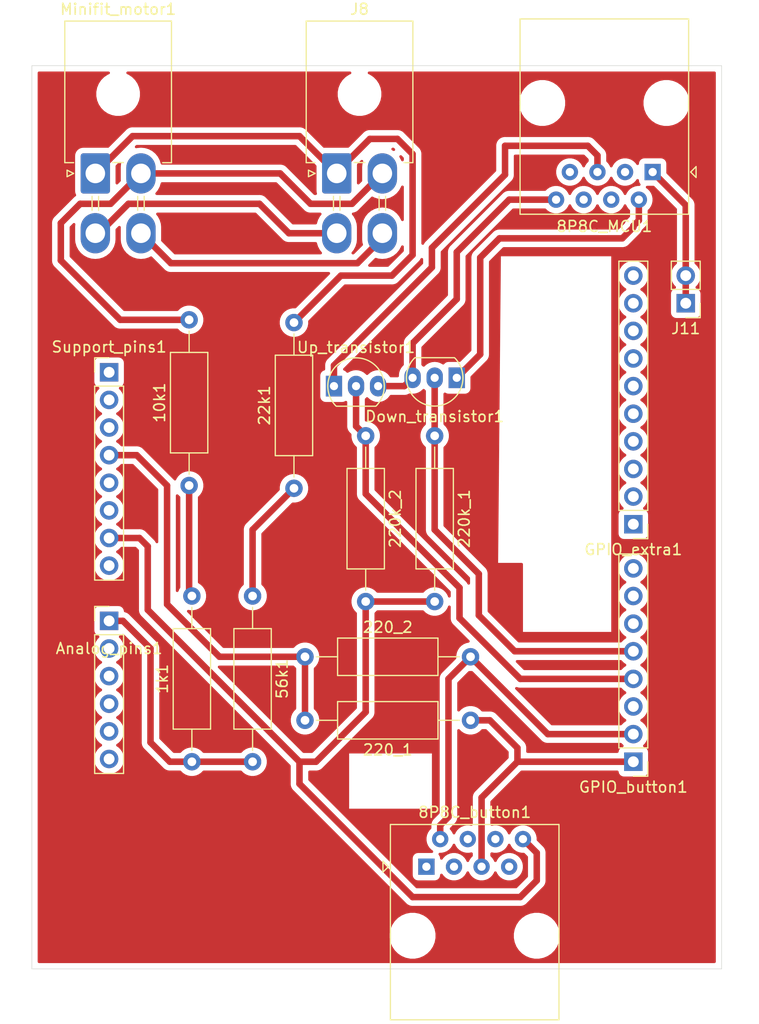
<source format=kicad_pcb>
(kicad_pcb (version 20171130) (host pcbnew "(5.1.6)-1")

  (general
    (thickness 1.6)
    (drawings 10)
    (tracks 111)
    (zones 0)
    (modules 19)
    (nets 52)
  )

  (page A4)
  (layers
    (0 F.Cu signal)
    (31 B.Cu signal)
    (32 B.Adhes user)
    (33 F.Adhes user)
    (34 B.Paste user)
    (35 F.Paste user)
    (36 B.SilkS user)
    (37 F.SilkS user)
    (38 B.Mask user)
    (39 F.Mask user)
    (40 Dwgs.User user)
    (41 Cmts.User user)
    (42 Eco1.User user)
    (43 Eco2.User user)
    (44 Edge.Cuts user)
    (45 Margin user)
    (46 B.CrtYd user)
    (47 F.CrtYd user)
    (48 B.Fab user)
    (49 F.Fab user)
  )

  (setup
    (last_trace_width 0.6)
    (trace_clearance 0.2)
    (zone_clearance 0.508)
    (zone_45_only no)
    (trace_min 0.2)
    (via_size 0.8)
    (via_drill 0.4)
    (via_min_size 0.4)
    (via_min_drill 0.3)
    (uvia_size 0.3)
    (uvia_drill 0.1)
    (uvias_allowed no)
    (uvia_min_size 0.2)
    (uvia_min_drill 0.1)
    (edge_width 0.05)
    (segment_width 0.2)
    (pcb_text_width 0.3)
    (pcb_text_size 1.5 1.5)
    (mod_edge_width 0.12)
    (mod_text_size 1 1)
    (mod_text_width 0.15)
    (pad_size 2 2.5)
    (pad_drill 0.75)
    (pad_to_mask_clearance 0.05)
    (aux_axis_origin 0 0)
    (visible_elements 7FFFFFFF)
    (pcbplotparams
      (layerselection 0x010fc_ffffffff)
      (usegerberextensions false)
      (usegerberattributes true)
      (usegerberadvancedattributes true)
      (creategerberjobfile true)
      (excludeedgelayer true)
      (linewidth 0.100000)
      (plotframeref false)
      (viasonmask false)
      (mode 1)
      (useauxorigin false)
      (hpglpennumber 1)
      (hpglpenspeed 20)
      (hpglpendiameter 15.000000)
      (psnegative false)
      (psa4output false)
      (plotreference true)
      (plotvalue true)
      (plotinvisibletext false)
      (padsonsilk false)
      (subtractmaskfromsilk false)
      (outputformat 5)
      (mirror true)
      (drillshape 1)
      (scaleselection 1)
      (outputdirectory "../../../../Desktop/"))
  )

  (net 0 "")
  (net 1 Button_GND)
  (net 2 "Net-(8P8C_button1-Pad7)")
  (net 3 "Net-(8P8C_button1-Pad6)")
  (net 4 Button_up)
  (net 5 "Net-(8P8C_button1-Pad4)")
  (net 6 "Net-(8P8C_button1-Pad3)")
  (net 7 Button_down)
  (net 8 "Net-(8P8C_button1-Pad1)")
  (net 9 MCU_GND)
  (net 10 "Net-(8P8C_MCU1-Pad7)")
  (net 11 "Net-(8P8C_MCU1-Pad6)")
  (net 12 MCU_up)
  (net 13 "Net-(8P8C_MCU1-Pad4)")
  (net 14 "Net-(8P8C_MCU1-Pad3)")
  (net 15 MCU_down)
  (net 16 MCU_5V)
  (net 17 "Net-(Analog_pins1-Pad6)")
  (net 18 "Net-(Analog_pins1-Pad5)")
  (net 19 "Net-(Analog_pins1-Pad4)")
  (net 20 "Net-(Analog_pins1-Pad3)")
  (net 21 "Net-(Analog_pins1-Pad2)")
  (net 22 encoder_3V)
  (net 23 Output_down)
  (net 24 "Net-(GPIO_button1-Pad8)")
  (net 25 "Net-(GPIO_button1-Pad7)")
  (net 26 "Net-(GPIO_button1-Pad6)")
  (net 27 Output_up)
  (net 28 "Net-(GPIO_button1-Pad3)")
  (net 29 "Net-(GPIO_extra1-Pad10)")
  (net 30 "Net-(GPIO_extra1-Pad9)")
  (net 31 "Net-(GPIO_extra1-Pad8)")
  (net 32 "Net-(GPIO_extra1-Pad7)")
  (net 33 "Net-(GPIO_extra1-Pad6)")
  (net 34 "Net-(GPIO_extra1-Pad5)")
  (net 35 "Net-(GPIO_extra1-Pad4)")
  (net 36 "Net-(GPIO_extra1-Pad3)")
  (net 37 "Net-(GPIO_extra1-Pad2)")
  (net 38 "Net-(GPIO_extra1-Pad1)")
  (net 39 encoder_GND)
  (net 40 encoder_24V)
  (net 41 power_2)
  (net 42 power_1)
  (net 43 "Net-(Support_pins1-Pad8)")
  (net 44 "Net-(Support_pins1-Pad6)")
  (net 45 "Net-(Support_pins1-Pad5)")
  (net 46 "Net-(Support_pins1-Pad3)")
  (net 47 "Net-(Support_pins1-Pad2)")
  (net 48 "Net-(Support_pins1-Pad1)")
  (net 49 "Net-(10k1-Pad1)")
  (net 50 "Net-(220_1-Pad2)")
  (net 51 "Net-(22k1-Pad1)")

  (net_class Default "This is the default net class."
    (clearance 0.2)
    (trace_width 0.6)
    (via_dia 0.8)
    (via_drill 0.4)
    (uvia_dia 0.3)
    (uvia_drill 0.1)
    (add_net Button_GND)
    (add_net Button_down)
    (add_net Button_up)
    (add_net MCU_5V)
    (add_net MCU_GND)
    (add_net MCU_down)
    (add_net MCU_up)
    (add_net "Net-(10k1-Pad1)")
    (add_net "Net-(220_1-Pad2)")
    (add_net "Net-(22k1-Pad1)")
    (add_net "Net-(8P8C_MCU1-Pad3)")
    (add_net "Net-(8P8C_MCU1-Pad4)")
    (add_net "Net-(8P8C_MCU1-Pad6)")
    (add_net "Net-(8P8C_MCU1-Pad7)")
    (add_net "Net-(8P8C_button1-Pad1)")
    (add_net "Net-(8P8C_button1-Pad3)")
    (add_net "Net-(8P8C_button1-Pad4)")
    (add_net "Net-(8P8C_button1-Pad6)")
    (add_net "Net-(8P8C_button1-Pad7)")
    (add_net "Net-(Analog_pins1-Pad2)")
    (add_net "Net-(Analog_pins1-Pad3)")
    (add_net "Net-(Analog_pins1-Pad4)")
    (add_net "Net-(Analog_pins1-Pad5)")
    (add_net "Net-(Analog_pins1-Pad6)")
    (add_net "Net-(GPIO_button1-Pad3)")
    (add_net "Net-(GPIO_button1-Pad6)")
    (add_net "Net-(GPIO_button1-Pad7)")
    (add_net "Net-(GPIO_button1-Pad8)")
    (add_net "Net-(GPIO_extra1-Pad1)")
    (add_net "Net-(GPIO_extra1-Pad10)")
    (add_net "Net-(GPIO_extra1-Pad2)")
    (add_net "Net-(GPIO_extra1-Pad3)")
    (add_net "Net-(GPIO_extra1-Pad4)")
    (add_net "Net-(GPIO_extra1-Pad5)")
    (add_net "Net-(GPIO_extra1-Pad6)")
    (add_net "Net-(GPIO_extra1-Pad7)")
    (add_net "Net-(GPIO_extra1-Pad8)")
    (add_net "Net-(GPIO_extra1-Pad9)")
    (add_net "Net-(Support_pins1-Pad1)")
    (add_net "Net-(Support_pins1-Pad2)")
    (add_net "Net-(Support_pins1-Pad3)")
    (add_net "Net-(Support_pins1-Pad5)")
    (add_net "Net-(Support_pins1-Pad6)")
    (add_net "Net-(Support_pins1-Pad8)")
    (add_net Output_down)
    (add_net Output_up)
    (add_net encoder_24V)
    (add_net encoder_3V)
    (add_net encoder_GND)
    (add_net power_1)
    (add_net power_2)
  )

  (module Package_TO_SOT_THT:TO-92_Inline (layer F.Cu) (tedit 5F29354B) (tstamp 5F27BB54)
    (at 79.883 132.08)
    (descr "TO-92 leads in-line, narrow, oval pads, drill 0.75mm (see NXP sot054_po.pdf)")
    (tags "to-92 sc-43 sc-43a sot54 PA33 transistor")
    (path /5F253F90)
    (fp_text reference Up_transistor1 (at 1.27 -3.56) (layer F.SilkS)
      (effects (font (size 1 1) (thickness 0.15)))
    )
    (fp_text value BS170 (at 1.27 2.79) (layer F.Fab)
      (effects (font (size 1 1) (thickness 0.15)))
    )
    (fp_line (start -0.53 1.85) (end 3.07 1.85) (layer F.SilkS) (width 0.12))
    (fp_line (start -0.5 1.75) (end 3 1.75) (layer F.Fab) (width 0.1))
    (fp_line (start -1.46 -2.73) (end 4 -2.73) (layer F.CrtYd) (width 0.05))
    (fp_line (start -1.46 -2.73) (end -1.46 2.01) (layer F.CrtYd) (width 0.05))
    (fp_line (start 4 2.01) (end 4 -2.73) (layer F.CrtYd) (width 0.05))
    (fp_line (start 4 2.01) (end -1.46 2.01) (layer F.CrtYd) (width 0.05))
    (fp_arc (start 1.27 0) (end 1.27 -2.6) (angle 135) (layer F.SilkS) (width 0.12))
    (fp_arc (start 1.27 0) (end 1.27 -2.48) (angle -135) (layer F.Fab) (width 0.1))
    (fp_arc (start 1.27 0) (end 1.27 -2.6) (angle -135) (layer F.SilkS) (width 0.12))
    (fp_arc (start 1.27 0) (end 1.27 -2.48) (angle 135) (layer F.Fab) (width 0.1))
    (fp_text user %R (at 1.27 -3.56) (layer F.Fab)
      (effects (font (size 1 1) (thickness 0.15)))
    )
    (pad 1 thru_hole rect (at -0.762 0) (size 1.5 1.9) (drill 0.75) (layers *.Cu *.Mask)
      (net 12 MCU_up))
    (pad 3 thru_hole oval (at 3.302 0) (size 1.5 1.9) (drill 0.75) (layers *.Cu *.Mask)
      (net 9 MCU_GND))
    (pad 2 thru_hole oval (at 1.27 0) (size 1.5 1.9) (drill 0.75) (layers *.Cu *.Mask)
      (net 27 Output_up))
    (model ${KISYS3DMOD}/Package_TO_SOT_THT.3dshapes/TO-92_Inline.wrl
      (at (xyz 0 0 0))
      (scale (xyz 1 1 1))
      (rotate (xyz 0 0 0))
    )
  )

  (module Package_TO_SOT_THT:TO-92_Inline (layer F.Cu) (tedit 5F2933E9) (tstamp 5F27BA1A)
    (at 89.662 131.318 180)
    (descr "TO-92 leads in-line, narrow, oval pads, drill 0.75mm (see NXP sot054_po.pdf)")
    (tags "to-92 sc-43 sc-43a sot54 PA33 transistor")
    (path /5F2539F0)
    (fp_text reference Down_transistor1 (at 1.27 -3.56 180) (layer F.SilkS)
      (effects (font (size 1 1) (thickness 0.15)))
    )
    (fp_text value BS170 (at 1.27 2.79 180) (layer F.Fab)
      (effects (font (size 1 1) (thickness 0.15)))
    )
    (fp_line (start -0.53 1.85) (end 3.07 1.85) (layer F.SilkS) (width 0.12))
    (fp_line (start -0.5 1.75) (end 3 1.75) (layer F.Fab) (width 0.1))
    (fp_line (start -1.46 -2.73) (end 4 -2.73) (layer F.CrtYd) (width 0.05))
    (fp_line (start -1.46 -2.73) (end -1.46 2.01) (layer F.CrtYd) (width 0.05))
    (fp_line (start 4 2.01) (end 4 -2.73) (layer F.CrtYd) (width 0.05))
    (fp_line (start 4 2.01) (end -1.46 2.01) (layer F.CrtYd) (width 0.05))
    (fp_arc (start 1.27 0) (end 1.27 -2.6) (angle 135) (layer F.SilkS) (width 0.12))
    (fp_arc (start 1.27 0) (end 1.27 -2.48) (angle -135) (layer F.Fab) (width 0.1))
    (fp_arc (start 1.27 0) (end 1.27 -2.6) (angle -135) (layer F.SilkS) (width 0.12))
    (fp_arc (start 1.27 0) (end 1.27 -2.48) (angle 135) (layer F.Fab) (width 0.1))
    (fp_text user %R (at 1.27 -3.56 180) (layer F.Fab)
      (effects (font (size 1 1) (thickness 0.15)))
    )
    (pad 1 thru_hole rect (at -0.762 0 180) (size 1.5 1.9) (drill 0.75) (layers *.Cu *.Mask)
      (net 15 MCU_down))
    (pad 3 thru_hole oval (at 3.302 0 180) (size 1.5 1.9) (drill 0.75) (layers *.Cu *.Mask)
      (net 9 MCU_GND))
    (pad 2 thru_hole oval (at 1.27 0 180) (size 1.5 1.9) (drill 0.75) (layers *.Cu *.Mask)
      (net 23 Output_down))
    (model ${KISYS3DMOD}/Package_TO_SOT_THT.3dshapes/TO-92_Inline.wrl
      (at (xyz 0 0 0))
      (scale (xyz 1 1 1))
      (rotate (xyz 0 0 0))
    )
  )

  (module Resistor_THT:R_Axial_DIN0309_L9.0mm_D3.2mm_P15.24mm_Horizontal (layer F.Cu) (tedit 5AE5139B) (tstamp 5F27BB26)
    (at 91.694 162.814 180)
    (descr "Resistor, Axial_DIN0309 series, Axial, Horizontal, pin pitch=15.24mm, 0.5W = 1/2W, length*diameter=9*3.2mm^2, http://cdn-reichelt.de/documents/datenblatt/B400/1_4W%23YAG.pdf")
    (tags "Resistor Axial_DIN0309 series Axial Horizontal pin pitch 15.24mm 0.5W = 1/2W length 9mm diameter 3.2mm")
    (path /5F253046)
    (fp_text reference 220_1 (at 7.62 -2.72) (layer F.SilkS)
      (effects (font (size 1 1) (thickness 0.15)))
    )
    (fp_text value R (at 7.62 2.72) (layer F.Fab)
      (effects (font (size 1 1) (thickness 0.15)))
    )
    (fp_line (start 3.12 -1.6) (end 3.12 1.6) (layer F.Fab) (width 0.1))
    (fp_line (start 3.12 1.6) (end 12.12 1.6) (layer F.Fab) (width 0.1))
    (fp_line (start 12.12 1.6) (end 12.12 -1.6) (layer F.Fab) (width 0.1))
    (fp_line (start 12.12 -1.6) (end 3.12 -1.6) (layer F.Fab) (width 0.1))
    (fp_line (start 0 0) (end 3.12 0) (layer F.Fab) (width 0.1))
    (fp_line (start 15.24 0) (end 12.12 0) (layer F.Fab) (width 0.1))
    (fp_line (start 3 -1.72) (end 3 1.72) (layer F.SilkS) (width 0.12))
    (fp_line (start 3 1.72) (end 12.24 1.72) (layer F.SilkS) (width 0.12))
    (fp_line (start 12.24 1.72) (end 12.24 -1.72) (layer F.SilkS) (width 0.12))
    (fp_line (start 12.24 -1.72) (end 3 -1.72) (layer F.SilkS) (width 0.12))
    (fp_line (start 1.04 0) (end 3 0) (layer F.SilkS) (width 0.12))
    (fp_line (start 14.2 0) (end 12.24 0) (layer F.SilkS) (width 0.12))
    (fp_line (start -1.05 -1.85) (end -1.05 1.85) (layer F.CrtYd) (width 0.05))
    (fp_line (start -1.05 1.85) (end 16.29 1.85) (layer F.CrtYd) (width 0.05))
    (fp_line (start 16.29 1.85) (end 16.29 -1.85) (layer F.CrtYd) (width 0.05))
    (fp_line (start 16.29 -1.85) (end -1.05 -1.85) (layer F.CrtYd) (width 0.05))
    (fp_text user %R (at 7.62 0) (layer F.Fab)
      (effects (font (size 1 1) (thickness 0.15)))
    )
    (pad 2 thru_hole oval (at 15.24 0 180) (size 1.6 1.6) (drill 0.8) (layers *.Cu *.Mask)
      (net 50 "Net-(220_1-Pad2)"))
    (pad 1 thru_hole circle (at 0 0 180) (size 1.6 1.6) (drill 0.8) (layers *.Cu *.Mask)
      (net 4 Button_up))
    (model ${KISYS3DMOD}/Resistor_THT.3dshapes/R_Axial_DIN0309_L9.0mm_D3.2mm_P15.24mm_Horizontal.wrl
      (at (xyz 0 0 0))
      (scale (xyz 1 1 1))
      (rotate (xyz 0 0 0))
    )
  )

  (module Resistor_THT:R_Axial_DIN0309_L9.0mm_D3.2mm_P15.24mm_Horizontal (layer F.Cu) (tedit 5AE5139B) (tstamp 5F27BB17)
    (at 76.454 156.972)
    (descr "Resistor, Axial_DIN0309 series, Axial, Horizontal, pin pitch=15.24mm, 0.5W = 1/2W, length*diameter=9*3.2mm^2, http://cdn-reichelt.de/documents/datenblatt/B400/1_4W%23YAG.pdf")
    (tags "Resistor Axial_DIN0309 series Axial Horizontal pin pitch 15.24mm 0.5W = 1/2W length 9mm diameter 3.2mm")
    (path /5F252959)
    (fp_text reference 220_2 (at 7.62 -2.72) (layer F.SilkS)
      (effects (font (size 1 1) (thickness 0.15)))
    )
    (fp_text value R (at 7.62 2.72) (layer F.Fab)
      (effects (font (size 1 1) (thickness 0.15)))
    )
    (fp_line (start 3.12 -1.6) (end 3.12 1.6) (layer F.Fab) (width 0.1))
    (fp_line (start 3.12 1.6) (end 12.12 1.6) (layer F.Fab) (width 0.1))
    (fp_line (start 12.12 1.6) (end 12.12 -1.6) (layer F.Fab) (width 0.1))
    (fp_line (start 12.12 -1.6) (end 3.12 -1.6) (layer F.Fab) (width 0.1))
    (fp_line (start 0 0) (end 3.12 0) (layer F.Fab) (width 0.1))
    (fp_line (start 15.24 0) (end 12.12 0) (layer F.Fab) (width 0.1))
    (fp_line (start 3 -1.72) (end 3 1.72) (layer F.SilkS) (width 0.12))
    (fp_line (start 3 1.72) (end 12.24 1.72) (layer F.SilkS) (width 0.12))
    (fp_line (start 12.24 1.72) (end 12.24 -1.72) (layer F.SilkS) (width 0.12))
    (fp_line (start 12.24 -1.72) (end 3 -1.72) (layer F.SilkS) (width 0.12))
    (fp_line (start 1.04 0) (end 3 0) (layer F.SilkS) (width 0.12))
    (fp_line (start 14.2 0) (end 12.24 0) (layer F.SilkS) (width 0.12))
    (fp_line (start -1.05 -1.85) (end -1.05 1.85) (layer F.CrtYd) (width 0.05))
    (fp_line (start -1.05 1.85) (end 16.29 1.85) (layer F.CrtYd) (width 0.05))
    (fp_line (start 16.29 1.85) (end 16.29 -1.85) (layer F.CrtYd) (width 0.05))
    (fp_line (start 16.29 -1.85) (end -1.05 -1.85) (layer F.CrtYd) (width 0.05))
    (fp_text user %R (at 7.62 0) (layer F.Fab)
      (effects (font (size 1 1) (thickness 0.15)))
    )
    (pad 2 thru_hole oval (at 15.24 0) (size 1.6 1.6) (drill 0.8) (layers *.Cu *.Mask)
      (net 7 Button_down))
    (pad 1 thru_hole circle (at 0 0) (size 1.6 1.6) (drill 0.8) (layers *.Cu *.Mask)
      (net 50 "Net-(220_1-Pad2)"))
    (model ${KISYS3DMOD}/Resistor_THT.3dshapes/R_Axial_DIN0309_L9.0mm_D3.2mm_P15.24mm_Horizontal.wrl
      (at (xyz 0 0 0))
      (scale (xyz 1 1 1))
      (rotate (xyz 0 0 0))
    )
  )

  (module Resistor_THT:R_Axial_DIN0309_L9.0mm_D3.2mm_P15.24mm_Horizontal (layer F.Cu) (tedit 5AE5139B) (tstamp 5F27BB08)
    (at 82.042 136.652 270)
    (descr "Resistor, Axial_DIN0309 series, Axial, Horizontal, pin pitch=15.24mm, 0.5W = 1/2W, length*diameter=9*3.2mm^2, http://cdn-reichelt.de/documents/datenblatt/B400/1_4W%23YAG.pdf")
    (tags "Resistor Axial_DIN0309 series Axial Horizontal pin pitch 15.24mm 0.5W = 1/2W length 9mm diameter 3.2mm")
    (path /5F252766)
    (fp_text reference 220k_2 (at 7.62 -2.72 90) (layer F.SilkS)
      (effects (font (size 1 1) (thickness 0.15)))
    )
    (fp_text value R (at 7.62 2.72 90) (layer F.Fab)
      (effects (font (size 1 1) (thickness 0.15)))
    )
    (fp_line (start 3.12 -1.6) (end 3.12 1.6) (layer F.Fab) (width 0.1))
    (fp_line (start 3.12 1.6) (end 12.12 1.6) (layer F.Fab) (width 0.1))
    (fp_line (start 12.12 1.6) (end 12.12 -1.6) (layer F.Fab) (width 0.1))
    (fp_line (start 12.12 -1.6) (end 3.12 -1.6) (layer F.Fab) (width 0.1))
    (fp_line (start 0 0) (end 3.12 0) (layer F.Fab) (width 0.1))
    (fp_line (start 15.24 0) (end 12.12 0) (layer F.Fab) (width 0.1))
    (fp_line (start 3 -1.72) (end 3 1.72) (layer F.SilkS) (width 0.12))
    (fp_line (start 3 1.72) (end 12.24 1.72) (layer F.SilkS) (width 0.12))
    (fp_line (start 12.24 1.72) (end 12.24 -1.72) (layer F.SilkS) (width 0.12))
    (fp_line (start 12.24 -1.72) (end 3 -1.72) (layer F.SilkS) (width 0.12))
    (fp_line (start 1.04 0) (end 3 0) (layer F.SilkS) (width 0.12))
    (fp_line (start 14.2 0) (end 12.24 0) (layer F.SilkS) (width 0.12))
    (fp_line (start -1.05 -1.85) (end -1.05 1.85) (layer F.CrtYd) (width 0.05))
    (fp_line (start -1.05 1.85) (end 16.29 1.85) (layer F.CrtYd) (width 0.05))
    (fp_line (start 16.29 1.85) (end 16.29 -1.85) (layer F.CrtYd) (width 0.05))
    (fp_line (start 16.29 -1.85) (end -1.05 -1.85) (layer F.CrtYd) (width 0.05))
    (fp_text user %R (at 7.62 0 90) (layer F.Fab)
      (effects (font (size 1 1) (thickness 0.15)))
    )
    (pad 2 thru_hole oval (at 15.24 0 270) (size 1.6 1.6) (drill 0.8) (layers *.Cu *.Mask)
      (net 1 Button_GND))
    (pad 1 thru_hole circle (at 0 0 270) (size 1.6 1.6) (drill 0.8) (layers *.Cu *.Mask)
      (net 27 Output_up))
    (model ${KISYS3DMOD}/Resistor_THT.3dshapes/R_Axial_DIN0309_L9.0mm_D3.2mm_P15.24mm_Horizontal.wrl
      (at (xyz 0 0 0))
      (scale (xyz 1 1 1))
      (rotate (xyz 0 0 0))
    )
  )

  (module Resistor_THT:R_Axial_DIN0309_L9.0mm_D3.2mm_P15.24mm_Horizontal (layer F.Cu) (tedit 5AE5139B) (tstamp 5F27BAF9)
    (at 65.786 141.224 90)
    (descr "Resistor, Axial_DIN0309 series, Axial, Horizontal, pin pitch=15.24mm, 0.5W = 1/2W, length*diameter=9*3.2mm^2, http://cdn-reichelt.de/documents/datenblatt/B400/1_4W%23YAG.pdf")
    (tags "Resistor Axial_DIN0309 series Axial Horizontal pin pitch 15.24mm 0.5W = 1/2W length 9mm diameter 3.2mm")
    (path /5F252628)
    (fp_text reference 10k1 (at 7.62 -2.72 90) (layer F.SilkS)
      (effects (font (size 1 1) (thickness 0.15)))
    )
    (fp_text value R (at 7.62 2.72 90) (layer F.Fab)
      (effects (font (size 1 1) (thickness 0.15)))
    )
    (fp_line (start 3.12 -1.6) (end 3.12 1.6) (layer F.Fab) (width 0.1))
    (fp_line (start 3.12 1.6) (end 12.12 1.6) (layer F.Fab) (width 0.1))
    (fp_line (start 12.12 1.6) (end 12.12 -1.6) (layer F.Fab) (width 0.1))
    (fp_line (start 12.12 -1.6) (end 3.12 -1.6) (layer F.Fab) (width 0.1))
    (fp_line (start 0 0) (end 3.12 0) (layer F.Fab) (width 0.1))
    (fp_line (start 15.24 0) (end 12.12 0) (layer F.Fab) (width 0.1))
    (fp_line (start 3 -1.72) (end 3 1.72) (layer F.SilkS) (width 0.12))
    (fp_line (start 3 1.72) (end 12.24 1.72) (layer F.SilkS) (width 0.12))
    (fp_line (start 12.24 1.72) (end 12.24 -1.72) (layer F.SilkS) (width 0.12))
    (fp_line (start 12.24 -1.72) (end 3 -1.72) (layer F.SilkS) (width 0.12))
    (fp_line (start 1.04 0) (end 3 0) (layer F.SilkS) (width 0.12))
    (fp_line (start 14.2 0) (end 12.24 0) (layer F.SilkS) (width 0.12))
    (fp_line (start -1.05 -1.85) (end -1.05 1.85) (layer F.CrtYd) (width 0.05))
    (fp_line (start -1.05 1.85) (end 16.29 1.85) (layer F.CrtYd) (width 0.05))
    (fp_line (start 16.29 1.85) (end 16.29 -1.85) (layer F.CrtYd) (width 0.05))
    (fp_line (start 16.29 -1.85) (end -1.05 -1.85) (layer F.CrtYd) (width 0.05))
    (fp_text user %R (at 7.62 0 90) (layer F.Fab)
      (effects (font (size 1 1) (thickness 0.15)))
    )
    (pad 2 thru_hole oval (at 15.24 0 90) (size 1.6 1.6) (drill 0.8) (layers *.Cu *.Mask)
      (net 39 encoder_GND))
    (pad 1 thru_hole circle (at 0 0 90) (size 1.6 1.6) (drill 0.8) (layers *.Cu *.Mask)
      (net 49 "Net-(10k1-Pad1)"))
    (model ${KISYS3DMOD}/Resistor_THT.3dshapes/R_Axial_DIN0309_L9.0mm_D3.2mm_P15.24mm_Horizontal.wrl
      (at (xyz 0 0 0))
      (scale (xyz 1 1 1))
      (rotate (xyz 0 0 0))
    )
  )

  (module Resistor_THT:R_Axial_DIN0309_L9.0mm_D3.2mm_P15.24mm_Horizontal (layer F.Cu) (tedit 5AE5139B) (tstamp 5F27BAEA)
    (at 66.04 166.624 90)
    (descr "Resistor, Axial_DIN0309 series, Axial, Horizontal, pin pitch=15.24mm, 0.5W = 1/2W, length*diameter=9*3.2mm^2, http://cdn-reichelt.de/documents/datenblatt/B400/1_4W%23YAG.pdf")
    (tags "Resistor Axial_DIN0309 series Axial Horizontal pin pitch 15.24mm 0.5W = 1/2W length 9mm diameter 3.2mm")
    (path /5F252403)
    (fp_text reference 1k1 (at 7.62 -2.72 90) (layer F.SilkS)
      (effects (font (size 1 1) (thickness 0.15)))
    )
    (fp_text value R (at 7.62 2.72 90) (layer F.Fab)
      (effects (font (size 1 1) (thickness 0.15)))
    )
    (fp_line (start 3.12 -1.6) (end 3.12 1.6) (layer F.Fab) (width 0.1))
    (fp_line (start 3.12 1.6) (end 12.12 1.6) (layer F.Fab) (width 0.1))
    (fp_line (start 12.12 1.6) (end 12.12 -1.6) (layer F.Fab) (width 0.1))
    (fp_line (start 12.12 -1.6) (end 3.12 -1.6) (layer F.Fab) (width 0.1))
    (fp_line (start 0 0) (end 3.12 0) (layer F.Fab) (width 0.1))
    (fp_line (start 15.24 0) (end 12.12 0) (layer F.Fab) (width 0.1))
    (fp_line (start 3 -1.72) (end 3 1.72) (layer F.SilkS) (width 0.12))
    (fp_line (start 3 1.72) (end 12.24 1.72) (layer F.SilkS) (width 0.12))
    (fp_line (start 12.24 1.72) (end 12.24 -1.72) (layer F.SilkS) (width 0.12))
    (fp_line (start 12.24 -1.72) (end 3 -1.72) (layer F.SilkS) (width 0.12))
    (fp_line (start 1.04 0) (end 3 0) (layer F.SilkS) (width 0.12))
    (fp_line (start 14.2 0) (end 12.24 0) (layer F.SilkS) (width 0.12))
    (fp_line (start -1.05 -1.85) (end -1.05 1.85) (layer F.CrtYd) (width 0.05))
    (fp_line (start -1.05 1.85) (end 16.29 1.85) (layer F.CrtYd) (width 0.05))
    (fp_line (start 16.29 1.85) (end 16.29 -1.85) (layer F.CrtYd) (width 0.05))
    (fp_line (start 16.29 -1.85) (end -1.05 -1.85) (layer F.CrtYd) (width 0.05))
    (fp_text user %R (at 7.62 0 90) (layer F.Fab)
      (effects (font (size 1 1) (thickness 0.15)))
    )
    (pad 2 thru_hole oval (at 15.24 0 90) (size 1.6 1.6) (drill 0.8) (layers *.Cu *.Mask)
      (net 49 "Net-(10k1-Pad1)"))
    (pad 1 thru_hole circle (at 0 0 90) (size 1.6 1.6) (drill 0.8) (layers *.Cu *.Mask)
      (net 22 encoder_3V))
    (model ${KISYS3DMOD}/Resistor_THT.3dshapes/R_Axial_DIN0309_L9.0mm_D3.2mm_P15.24mm_Horizontal.wrl
      (at (xyz 0 0 0))
      (scale (xyz 1 1 1))
      (rotate (xyz 0 0 0))
    )
  )

  (module Resistor_THT:R_Axial_DIN0309_L9.0mm_D3.2mm_P15.24mm_Horizontal (layer F.Cu) (tedit 5AE5139B) (tstamp 5F27BADB)
    (at 71.628 151.384 270)
    (descr "Resistor, Axial_DIN0309 series, Axial, Horizontal, pin pitch=15.24mm, 0.5W = 1/2W, length*diameter=9*3.2mm^2, http://cdn-reichelt.de/documents/datenblatt/B400/1_4W%23YAG.pdf")
    (tags "Resistor Axial_DIN0309 series Axial Horizontal pin pitch 15.24mm 0.5W = 1/2W length 9mm diameter 3.2mm")
    (path /5F251B9E)
    (fp_text reference 56k1 (at 7.62 -2.72 90) (layer F.SilkS)
      (effects (font (size 1 1) (thickness 0.15)))
    )
    (fp_text value R (at 7.62 2.72 90) (layer F.Fab)
      (effects (font (size 1 1) (thickness 0.15)))
    )
    (fp_line (start 3.12 -1.6) (end 3.12 1.6) (layer F.Fab) (width 0.1))
    (fp_line (start 3.12 1.6) (end 12.12 1.6) (layer F.Fab) (width 0.1))
    (fp_line (start 12.12 1.6) (end 12.12 -1.6) (layer F.Fab) (width 0.1))
    (fp_line (start 12.12 -1.6) (end 3.12 -1.6) (layer F.Fab) (width 0.1))
    (fp_line (start 0 0) (end 3.12 0) (layer F.Fab) (width 0.1))
    (fp_line (start 15.24 0) (end 12.12 0) (layer F.Fab) (width 0.1))
    (fp_line (start 3 -1.72) (end 3 1.72) (layer F.SilkS) (width 0.12))
    (fp_line (start 3 1.72) (end 12.24 1.72) (layer F.SilkS) (width 0.12))
    (fp_line (start 12.24 1.72) (end 12.24 -1.72) (layer F.SilkS) (width 0.12))
    (fp_line (start 12.24 -1.72) (end 3 -1.72) (layer F.SilkS) (width 0.12))
    (fp_line (start 1.04 0) (end 3 0) (layer F.SilkS) (width 0.12))
    (fp_line (start 14.2 0) (end 12.24 0) (layer F.SilkS) (width 0.12))
    (fp_line (start -1.05 -1.85) (end -1.05 1.85) (layer F.CrtYd) (width 0.05))
    (fp_line (start -1.05 1.85) (end 16.29 1.85) (layer F.CrtYd) (width 0.05))
    (fp_line (start 16.29 1.85) (end 16.29 -1.85) (layer F.CrtYd) (width 0.05))
    (fp_line (start 16.29 -1.85) (end -1.05 -1.85) (layer F.CrtYd) (width 0.05))
    (fp_text user %R (at 7.62 0 90) (layer F.Fab)
      (effects (font (size 1 1) (thickness 0.15)))
    )
    (pad 2 thru_hole oval (at 15.24 0 270) (size 1.6 1.6) (drill 0.8) (layers *.Cu *.Mask)
      (net 22 encoder_3V))
    (pad 1 thru_hole circle (at 0 0 270) (size 1.6 1.6) (drill 0.8) (layers *.Cu *.Mask)
      (net 51 "Net-(22k1-Pad1)"))
    (model ${KISYS3DMOD}/Resistor_THT.3dshapes/R_Axial_DIN0309_L9.0mm_D3.2mm_P15.24mm_Horizontal.wrl
      (at (xyz 0 0 0))
      (scale (xyz 1 1 1))
      (rotate (xyz 0 0 0))
    )
  )

  (module Resistor_THT:R_Axial_DIN0309_L9.0mm_D3.2mm_P15.24mm_Horizontal (layer F.Cu) (tedit 5AE5139B) (tstamp 5F27BACC)
    (at 75.438 141.478 90)
    (descr "Resistor, Axial_DIN0309 series, Axial, Horizontal, pin pitch=15.24mm, 0.5W = 1/2W, length*diameter=9*3.2mm^2, http://cdn-reichelt.de/documents/datenblatt/B400/1_4W%23YAG.pdf")
    (tags "Resistor Axial_DIN0309 series Axial Horizontal pin pitch 15.24mm 0.5W = 1/2W length 9mm diameter 3.2mm")
    (path /5F2516C0)
    (fp_text reference 22k1 (at 7.62 -2.72 90) (layer F.SilkS)
      (effects (font (size 1 1) (thickness 0.15)))
    )
    (fp_text value R (at 7.62 2.72 90) (layer F.Fab)
      (effects (font (size 1 1) (thickness 0.15)))
    )
    (fp_line (start 3.12 -1.6) (end 3.12 1.6) (layer F.Fab) (width 0.1))
    (fp_line (start 3.12 1.6) (end 12.12 1.6) (layer F.Fab) (width 0.1))
    (fp_line (start 12.12 1.6) (end 12.12 -1.6) (layer F.Fab) (width 0.1))
    (fp_line (start 12.12 -1.6) (end 3.12 -1.6) (layer F.Fab) (width 0.1))
    (fp_line (start 0 0) (end 3.12 0) (layer F.Fab) (width 0.1))
    (fp_line (start 15.24 0) (end 12.12 0) (layer F.Fab) (width 0.1))
    (fp_line (start 3 -1.72) (end 3 1.72) (layer F.SilkS) (width 0.12))
    (fp_line (start 3 1.72) (end 12.24 1.72) (layer F.SilkS) (width 0.12))
    (fp_line (start 12.24 1.72) (end 12.24 -1.72) (layer F.SilkS) (width 0.12))
    (fp_line (start 12.24 -1.72) (end 3 -1.72) (layer F.SilkS) (width 0.12))
    (fp_line (start 1.04 0) (end 3 0) (layer F.SilkS) (width 0.12))
    (fp_line (start 14.2 0) (end 12.24 0) (layer F.SilkS) (width 0.12))
    (fp_line (start -1.05 -1.85) (end -1.05 1.85) (layer F.CrtYd) (width 0.05))
    (fp_line (start -1.05 1.85) (end 16.29 1.85) (layer F.CrtYd) (width 0.05))
    (fp_line (start 16.29 1.85) (end 16.29 -1.85) (layer F.CrtYd) (width 0.05))
    (fp_line (start 16.29 -1.85) (end -1.05 -1.85) (layer F.CrtYd) (width 0.05))
    (fp_text user %R (at 7.62 0 90) (layer F.Fab)
      (effects (font (size 1 1) (thickness 0.15)))
    )
    (pad 2 thru_hole oval (at 15.24 0 90) (size 1.6 1.6) (drill 0.8) (layers *.Cu *.Mask)
      (net 40 encoder_24V))
    (pad 1 thru_hole circle (at 0 0 90) (size 1.6 1.6) (drill 0.8) (layers *.Cu *.Mask)
      (net 51 "Net-(22k1-Pad1)"))
    (model ${KISYS3DMOD}/Resistor_THT.3dshapes/R_Axial_DIN0309_L9.0mm_D3.2mm_P15.24mm_Horizontal.wrl
      (at (xyz 0 0 0))
      (scale (xyz 1 1 1))
      (rotate (xyz 0 0 0))
    )
  )

  (module Resistor_THT:R_Axial_DIN0309_L9.0mm_D3.2mm_P15.24mm_Horizontal (layer F.Cu) (tedit 5AE5139B) (tstamp 5F27BABD)
    (at 88.392 136.652 270)
    (descr "Resistor, Axial_DIN0309 series, Axial, Horizontal, pin pitch=15.24mm, 0.5W = 1/2W, length*diameter=9*3.2mm^2, http://cdn-reichelt.de/documents/datenblatt/B400/1_4W%23YAG.pdf")
    (tags "Resistor Axial_DIN0309 series Axial Horizontal pin pitch 15.24mm 0.5W = 1/2W length 9mm diameter 3.2mm")
    (path /5F25119E)
    (fp_text reference 220k_1 (at 7.62 -2.72 90) (layer F.SilkS)
      (effects (font (size 1 1) (thickness 0.15)))
    )
    (fp_text value R (at 7.62 2.72 90) (layer F.Fab)
      (effects (font (size 1 1) (thickness 0.15)))
    )
    (fp_line (start 3.12 -1.6) (end 3.12 1.6) (layer F.Fab) (width 0.1))
    (fp_line (start 3.12 1.6) (end 12.12 1.6) (layer F.Fab) (width 0.1))
    (fp_line (start 12.12 1.6) (end 12.12 -1.6) (layer F.Fab) (width 0.1))
    (fp_line (start 12.12 -1.6) (end 3.12 -1.6) (layer F.Fab) (width 0.1))
    (fp_line (start 0 0) (end 3.12 0) (layer F.Fab) (width 0.1))
    (fp_line (start 15.24 0) (end 12.12 0) (layer F.Fab) (width 0.1))
    (fp_line (start 3 -1.72) (end 3 1.72) (layer F.SilkS) (width 0.12))
    (fp_line (start 3 1.72) (end 12.24 1.72) (layer F.SilkS) (width 0.12))
    (fp_line (start 12.24 1.72) (end 12.24 -1.72) (layer F.SilkS) (width 0.12))
    (fp_line (start 12.24 -1.72) (end 3 -1.72) (layer F.SilkS) (width 0.12))
    (fp_line (start 1.04 0) (end 3 0) (layer F.SilkS) (width 0.12))
    (fp_line (start 14.2 0) (end 12.24 0) (layer F.SilkS) (width 0.12))
    (fp_line (start -1.05 -1.85) (end -1.05 1.85) (layer F.CrtYd) (width 0.05))
    (fp_line (start -1.05 1.85) (end 16.29 1.85) (layer F.CrtYd) (width 0.05))
    (fp_line (start 16.29 1.85) (end 16.29 -1.85) (layer F.CrtYd) (width 0.05))
    (fp_line (start 16.29 -1.85) (end -1.05 -1.85) (layer F.CrtYd) (width 0.05))
    (fp_text user %R (at 7.62 0 90) (layer F.Fab)
      (effects (font (size 1 1) (thickness 0.15)))
    )
    (pad 2 thru_hole oval (at 15.24 0 270) (size 1.6 1.6) (drill 0.8) (layers *.Cu *.Mask)
      (net 1 Button_GND))
    (pad 1 thru_hole circle (at 0 0 270) (size 1.6 1.6) (drill 0.8) (layers *.Cu *.Mask)
      (net 23 Output_down))
    (model ${KISYS3DMOD}/Resistor_THT.3dshapes/R_Axial_DIN0309_L9.0mm_D3.2mm_P15.24mm_Horizontal.wrl
      (at (xyz 0 0 0))
      (scale (xyz 1 1 1))
      (rotate (xyz 0 0 0))
    )
  )

  (module Connector_PinHeader_2.54mm:PinHeader_1x08_P2.54mm_Vertical (layer F.Cu) (tedit 59FED5CC) (tstamp 5F27BB42)
    (at 58.42 130.81)
    (descr "Through hole straight pin header, 1x08, 2.54mm pitch, single row")
    (tags "Through hole pin header THT 1x08 2.54mm single row")
    (path /5F249ADF)
    (fp_text reference Support_pins1 (at 0 -2.33) (layer F.SilkS)
      (effects (font (size 1 1) (thickness 0.15)))
    )
    (fp_text value Conn_01x08_Male (at 0 8.89) (layer F.Fab)
      (effects (font (size 1 1) (thickness 0.15)))
    )
    (fp_line (start -0.635 -1.27) (end 1.27 -1.27) (layer F.Fab) (width 0.1))
    (fp_line (start 1.27 -1.27) (end 1.27 19.05) (layer F.Fab) (width 0.1))
    (fp_line (start 1.27 19.05) (end -1.27 19.05) (layer F.Fab) (width 0.1))
    (fp_line (start -1.27 19.05) (end -1.27 -0.635) (layer F.Fab) (width 0.1))
    (fp_line (start -1.27 -0.635) (end -0.635 -1.27) (layer F.Fab) (width 0.1))
    (fp_line (start -1.33 19.11) (end 1.33 19.11) (layer F.SilkS) (width 0.12))
    (fp_line (start -1.33 1.27) (end -1.33 19.11) (layer F.SilkS) (width 0.12))
    (fp_line (start 1.33 1.27) (end 1.33 19.11) (layer F.SilkS) (width 0.12))
    (fp_line (start -1.33 1.27) (end 1.33 1.27) (layer F.SilkS) (width 0.12))
    (fp_line (start -1.33 0) (end -1.33 -1.33) (layer F.SilkS) (width 0.12))
    (fp_line (start -1.33 -1.33) (end 0 -1.33) (layer F.SilkS) (width 0.12))
    (fp_line (start -1.8 -1.8) (end -1.8 19.55) (layer F.CrtYd) (width 0.05))
    (fp_line (start -1.8 19.55) (end 1.8 19.55) (layer F.CrtYd) (width 0.05))
    (fp_line (start 1.8 19.55) (end 1.8 -1.8) (layer F.CrtYd) (width 0.05))
    (fp_line (start 1.8 -1.8) (end -1.8 -1.8) (layer F.CrtYd) (width 0.05))
    (fp_text user %R (at 0 8.89 90) (layer F.Fab)
      (effects (font (size 1 1) (thickness 0.15)))
    )
    (pad 8 thru_hole oval (at 0 17.78) (size 1.7 1.7) (drill 1) (layers *.Cu *.Mask)
      (net 43 "Net-(Support_pins1-Pad8)"))
    (pad 7 thru_hole oval (at 0 15.24) (size 1.7 1.7) (drill 1) (layers *.Cu *.Mask)
      (net 1 Button_GND))
    (pad 6 thru_hole oval (at 0 12.7) (size 1.7 1.7) (drill 1) (layers *.Cu *.Mask)
      (net 44 "Net-(Support_pins1-Pad6)"))
    (pad 5 thru_hole oval (at 0 10.16) (size 1.7 1.7) (drill 1) (layers *.Cu *.Mask)
      (net 45 "Net-(Support_pins1-Pad5)"))
    (pad 4 thru_hole oval (at 0 7.62) (size 1.7 1.7) (drill 1) (layers *.Cu *.Mask)
      (net 50 "Net-(220_1-Pad2)"))
    (pad 3 thru_hole oval (at 0 5.08) (size 1.7 1.7) (drill 1) (layers *.Cu *.Mask)
      (net 46 "Net-(Support_pins1-Pad3)"))
    (pad 2 thru_hole oval (at 0 2.54) (size 1.7 1.7) (drill 1) (layers *.Cu *.Mask)
      (net 47 "Net-(Support_pins1-Pad2)"))
    (pad 1 thru_hole rect (at 0 0) (size 1.7 1.7) (drill 1) (layers *.Cu *.Mask)
      (net 48 "Net-(Support_pins1-Pad1)"))
    (model ${KISYS3DMOD}/Connector_PinHeader_2.54mm.3dshapes/PinHeader_1x08_P2.54mm_Vertical.wrl
      (at (xyz 0 0 0))
      (scale (xyz 1 1 1))
      (rotate (xyz 0 0 0))
    )
  )

  (module Connector_Molex:Molex_Mini-Fit_Jr_5569-04A2_2x02_P4.20mm_Horizontal (layer F.Cu) (tedit 5B7818E8) (tstamp 5F28104B)
    (at 57.15 112.522)
    (descr "Molex Mini-Fit Jr. Power Connectors, old mpn/engineering number: 5569-04A2, example for new mpn: 39-30-0040, 2 Pins per row, Mounting: Snap-in Plastic Peg PCB Lock (http://www.molex.com/pdm_docs/sd/039300020_sd.pdf), generated with kicad-footprint-generator")
    (tags "connector Molex Mini-Fit_Jr top entryplastic_peg")
    (path /5F2B3C42)
    (fp_text reference Minifit_motor1 (at 2.1 -15.1) (layer F.SilkS)
      (effects (font (size 1 1) (thickness 0.15)))
    )
    (fp_text value Conn_01x04_Male (at 2.1 8.55) (layer F.Fab)
      (effects (font (size 1 1) (thickness 0.15)))
    )
    (fp_line (start -2.7 -13.9) (end -2.7 -1.1) (layer F.Fab) (width 0.1))
    (fp_line (start -2.7 -1.1) (end 6.9 -1.1) (layer F.Fab) (width 0.1))
    (fp_line (start 6.9 -1.1) (end 6.9 -13.9) (layer F.Fab) (width 0.1))
    (fp_line (start 6.9 -13.9) (end -2.7 -13.9) (layer F.Fab) (width 0.1))
    (fp_line (start -2 -0.99) (end -2.81 -0.99) (layer F.SilkS) (width 0.12))
    (fp_line (start -2.81 -0.99) (end -2.81 -14.01) (layer F.SilkS) (width 0.12))
    (fp_line (start -2.81 -14.01) (end 2.1 -14.01) (layer F.SilkS) (width 0.12))
    (fp_line (start 6.2 -0.99) (end 7.01 -0.99) (layer F.SilkS) (width 0.12))
    (fp_line (start 7.01 -0.99) (end 7.01 -14.01) (layer F.SilkS) (width 0.12))
    (fp_line (start 7.01 -14.01) (end 2.1 -14.01) (layer F.SilkS) (width 0.12))
    (fp_line (start -0.3 2.11) (end -0.3 3.39) (layer F.SilkS) (width 0.12))
    (fp_line (start 0.3 2.11) (end 0.3 3.39) (layer F.SilkS) (width 0.12))
    (fp_line (start 3.9 2.11) (end 3.9 3.39) (layer F.SilkS) (width 0.12))
    (fp_line (start 4.5 2.11) (end 4.5 3.39) (layer F.SilkS) (width 0.12))
    (fp_line (start 1.61 -1) (end 2.59 -1) (layer F.SilkS) (width 0.12))
    (fp_line (start -2 0) (end -2.6 0.3) (layer F.SilkS) (width 0.12))
    (fp_line (start -2.6 0.3) (end -2.6 -0.3) (layer F.SilkS) (width 0.12))
    (fp_line (start -2.6 -0.3) (end -2 0) (layer F.SilkS) (width 0.12))
    (fp_line (start -1 -1.1) (end 0 -2.514214) (layer F.Fab) (width 0.1))
    (fp_line (start 0 -2.514214) (end 1 -1.1) (layer F.Fab) (width 0.1))
    (fp_line (start -3.2 -14.4) (end -3.2 7.85) (layer F.CrtYd) (width 0.05))
    (fp_line (start -3.2 7.85) (end 7.4 7.85) (layer F.CrtYd) (width 0.05))
    (fp_line (start 7.4 7.85) (end 7.4 -14.4) (layer F.CrtYd) (width 0.05))
    (fp_line (start 7.4 -14.4) (end -3.2 -14.4) (layer F.CrtYd) (width 0.05))
    (fp_text user %R (at 2.1 -13.2) (layer F.Fab)
      (effects (font (size 1 1) (thickness 0.15)))
    )
    (pad "" np_thru_hole circle (at 2.1 -7.3) (size 3 3) (drill 3) (layers *.Cu *.Mask))
    (pad 4 thru_hole oval (at 4.2 5.5) (size 2.7 3.7) (drill 1.8) (layers *.Cu *.Mask)
      (net 41 power_2))
    (pad 3 thru_hole oval (at 0 5.5) (size 2.7 3.7) (drill 1.8) (layers *.Cu *.Mask)
      (net 42 power_1))
    (pad 2 thru_hole oval (at 4.2 0) (size 2.7 3.7) (drill 1.8) (layers *.Cu *.Mask)
      (net 39 encoder_GND))
    (pad 1 thru_hole roundrect (at 0 0) (size 2.7 3.7) (drill 1.8) (layers *.Cu *.Mask) (roundrect_rratio 0.09259299999999999)
      (net 40 encoder_24V))
    (model ${KISYS3DMOD}/Connector_Molex.3dshapes/Molex_Mini-Fit_Jr_5569-04A2_2x02_P4.20mm_Horizontal.wrl
      (at (xyz 0 0 0))
      (scale (xyz 1 1 1))
      (rotate (xyz 0 0 0))
    )
  )

  (module Connector_PinHeader_2.54mm:PinHeader_1x02_P2.54mm_Vertical (layer F.Cu) (tedit 59FED5CC) (tstamp 5F27BA8C)
    (at 111.506 124.46 180)
    (descr "Through hole straight pin header, 1x02, 2.54mm pitch, single row")
    (tags "Through hole pin header THT 1x02 2.54mm single row")
    (path /5F2ACE47)
    (fp_text reference J11 (at 0 -2.33) (layer F.SilkS)
      (effects (font (size 1 1) (thickness 0.15)))
    )
    (fp_text value Conn_01x02_Male (at 0 4.87) (layer F.Fab)
      (effects (font (size 1 1) (thickness 0.15)))
    )
    (fp_line (start -0.635 -1.27) (end 1.27 -1.27) (layer F.Fab) (width 0.1))
    (fp_line (start 1.27 -1.27) (end 1.27 3.81) (layer F.Fab) (width 0.1))
    (fp_line (start 1.27 3.81) (end -1.27 3.81) (layer F.Fab) (width 0.1))
    (fp_line (start -1.27 3.81) (end -1.27 -0.635) (layer F.Fab) (width 0.1))
    (fp_line (start -1.27 -0.635) (end -0.635 -1.27) (layer F.Fab) (width 0.1))
    (fp_line (start -1.33 3.87) (end 1.33 3.87) (layer F.SilkS) (width 0.12))
    (fp_line (start -1.33 1.27) (end -1.33 3.87) (layer F.SilkS) (width 0.12))
    (fp_line (start 1.33 1.27) (end 1.33 3.87) (layer F.SilkS) (width 0.12))
    (fp_line (start -1.33 1.27) (end 1.33 1.27) (layer F.SilkS) (width 0.12))
    (fp_line (start -1.33 0) (end -1.33 -1.33) (layer F.SilkS) (width 0.12))
    (fp_line (start -1.33 -1.33) (end 0 -1.33) (layer F.SilkS) (width 0.12))
    (fp_line (start -1.8 -1.8) (end -1.8 4.35) (layer F.CrtYd) (width 0.05))
    (fp_line (start -1.8 4.35) (end 1.8 4.35) (layer F.CrtYd) (width 0.05))
    (fp_line (start 1.8 4.35) (end 1.8 -1.8) (layer F.CrtYd) (width 0.05))
    (fp_line (start 1.8 -1.8) (end -1.8 -1.8) (layer F.CrtYd) (width 0.05))
    (fp_text user %R (at 0 1.27 90) (layer F.Fab)
      (effects (font (size 1 1) (thickness 0.15)))
    )
    (pad 2 thru_hole oval (at 0 2.54 180) (size 1.7 1.7) (drill 1) (layers *.Cu *.Mask)
      (net 16 MCU_5V))
    (pad 1 thru_hole rect (at 0 0 180) (size 1.7 1.7) (drill 1) (layers *.Cu *.Mask)
      (net 16 MCU_5V))
    (model ${KISYS3DMOD}/Connector_PinHeader_2.54mm.3dshapes/PinHeader_1x02_P2.54mm_Vertical.wrl
      (at (xyz 0 0 0))
      (scale (xyz 1 1 1))
      (rotate (xyz 0 0 0))
    )
  )

  (module Connector_Molex:Molex_Mini-Fit_Jr_5569-04A2_2x02_P4.20mm_Horizontal (layer F.Cu) (tedit 5B7818E8) (tstamp 5F281126)
    (at 79.375 112.522)
    (descr "Molex Mini-Fit Jr. Power Connectors, old mpn/engineering number: 5569-04A2, example for new mpn: 39-30-0040, 2 Pins per row, Mounting: Snap-in Plastic Peg PCB Lock (http://www.molex.com/pdm_docs/sd/039300020_sd.pdf), generated with kicad-footprint-generator")
    (tags "connector Molex Mini-Fit_Jr top entryplastic_peg")
    (path /5F2B7950)
    (fp_text reference J8 (at 2.1 -15.1) (layer F.SilkS)
      (effects (font (size 1 1) (thickness 0.15)))
    )
    (fp_text value Minifit_MCU (at 2.1 8.55) (layer F.Fab)
      (effects (font (size 1 1) (thickness 0.15)))
    )
    (fp_line (start -2.7 -13.9) (end -2.7 -1.1) (layer F.Fab) (width 0.1))
    (fp_line (start -2.7 -1.1) (end 6.9 -1.1) (layer F.Fab) (width 0.1))
    (fp_line (start 6.9 -1.1) (end 6.9 -13.9) (layer F.Fab) (width 0.1))
    (fp_line (start 6.9 -13.9) (end -2.7 -13.9) (layer F.Fab) (width 0.1))
    (fp_line (start -2 -0.99) (end -2.81 -0.99) (layer F.SilkS) (width 0.12))
    (fp_line (start -2.81 -0.99) (end -2.81 -14.01) (layer F.SilkS) (width 0.12))
    (fp_line (start -2.81 -14.01) (end 2.1 -14.01) (layer F.SilkS) (width 0.12))
    (fp_line (start 6.2 -0.99) (end 7.01 -0.99) (layer F.SilkS) (width 0.12))
    (fp_line (start 7.01 -0.99) (end 7.01 -14.01) (layer F.SilkS) (width 0.12))
    (fp_line (start 7.01 -14.01) (end 2.1 -14.01) (layer F.SilkS) (width 0.12))
    (fp_line (start -0.3 2.11) (end -0.3 3.39) (layer F.SilkS) (width 0.12))
    (fp_line (start 0.3 2.11) (end 0.3 3.39) (layer F.SilkS) (width 0.12))
    (fp_line (start 3.9 2.11) (end 3.9 3.39) (layer F.SilkS) (width 0.12))
    (fp_line (start 4.5 2.11) (end 4.5 3.39) (layer F.SilkS) (width 0.12))
    (fp_line (start 1.61 -1) (end 2.59 -1) (layer F.SilkS) (width 0.12))
    (fp_line (start -2 0) (end -2.6 0.3) (layer F.SilkS) (width 0.12))
    (fp_line (start -2.6 0.3) (end -2.6 -0.3) (layer F.SilkS) (width 0.12))
    (fp_line (start -2.6 -0.3) (end -2 0) (layer F.SilkS) (width 0.12))
    (fp_line (start -1 -1.1) (end 0 -2.514214) (layer F.Fab) (width 0.1))
    (fp_line (start 0 -2.514214) (end 1 -1.1) (layer F.Fab) (width 0.1))
    (fp_line (start -3.2 -14.4) (end -3.2 7.85) (layer F.CrtYd) (width 0.05))
    (fp_line (start -3.2 7.85) (end 7.4 7.85) (layer F.CrtYd) (width 0.05))
    (fp_line (start 7.4 7.85) (end 7.4 -14.4) (layer F.CrtYd) (width 0.05))
    (fp_line (start 7.4 -14.4) (end -3.2 -14.4) (layer F.CrtYd) (width 0.05))
    (fp_text user %R (at 2.1 -13.2) (layer F.Fab)
      (effects (font (size 1 1) (thickness 0.15)))
    )
    (pad "" np_thru_hole circle (at 2.1 -7.3) (size 3 3) (drill 3) (layers *.Cu *.Mask))
    (pad 4 thru_hole oval (at 4.2 5.5) (size 2.7 3.7) (drill 1.8) (layers *.Cu *.Mask)
      (net 41 power_2))
    (pad 3 thru_hole oval (at 0 5.5) (size 2.7 3.7) (drill 1.8) (layers *.Cu *.Mask)
      (net 42 power_1))
    (pad 2 thru_hole oval (at 4.2 0) (size 2.7 3.7) (drill 1.8) (layers *.Cu *.Mask)
      (net 39 encoder_GND))
    (pad 1 thru_hole roundrect (at 0 0) (size 2.7 3.7) (drill 1.8) (layers *.Cu *.Mask) (roundrect_rratio 0.09259299999999999)
      (net 40 encoder_24V))
    (model ${KISYS3DMOD}/Connector_Molex.3dshapes/Molex_Mini-Fit_Jr_5569-04A2_2x02_P4.20mm_Horizontal.wrl
      (at (xyz 0 0 0))
      (scale (xyz 1 1 1))
      (rotate (xyz 0 0 0))
    )
  )

  (module Connector_PinHeader_2.54mm:PinHeader_1x10_P2.54mm_Vertical (layer F.Cu) (tedit 59FED5CC) (tstamp 5F27BA54)
    (at 106.68 144.78 180)
    (descr "Through hole straight pin header, 1x10, 2.54mm pitch, single row")
    (tags "Through hole pin header THT 1x10 2.54mm single row")
    (path /5F24BAE3)
    (fp_text reference GPIO_extra1 (at 0 -2.33) (layer F.SilkS)
      (effects (font (size 1 1) (thickness 0.15)))
    )
    (fp_text value Conn_01x10_Male (at 0 25.19) (layer F.Fab)
      (effects (font (size 1 1) (thickness 0.15)))
    )
    (fp_line (start -0.635 -1.27) (end 1.27 -1.27) (layer F.Fab) (width 0.1))
    (fp_line (start 1.27 -1.27) (end 1.27 24.13) (layer F.Fab) (width 0.1))
    (fp_line (start 1.27 24.13) (end -1.27 24.13) (layer F.Fab) (width 0.1))
    (fp_line (start -1.27 24.13) (end -1.27 -0.635) (layer F.Fab) (width 0.1))
    (fp_line (start -1.27 -0.635) (end -0.635 -1.27) (layer F.Fab) (width 0.1))
    (fp_line (start -1.33 24.19) (end 1.33 24.19) (layer F.SilkS) (width 0.12))
    (fp_line (start -1.33 1.27) (end -1.33 24.19) (layer F.SilkS) (width 0.12))
    (fp_line (start 1.33 1.27) (end 1.33 24.19) (layer F.SilkS) (width 0.12))
    (fp_line (start -1.33 1.27) (end 1.33 1.27) (layer F.SilkS) (width 0.12))
    (fp_line (start -1.33 0) (end -1.33 -1.33) (layer F.SilkS) (width 0.12))
    (fp_line (start -1.33 -1.33) (end 0 -1.33) (layer F.SilkS) (width 0.12))
    (fp_line (start -1.8 -1.8) (end -1.8 24.65) (layer F.CrtYd) (width 0.05))
    (fp_line (start -1.8 24.65) (end 1.8 24.65) (layer F.CrtYd) (width 0.05))
    (fp_line (start 1.8 24.65) (end 1.8 -1.8) (layer F.CrtYd) (width 0.05))
    (fp_line (start 1.8 -1.8) (end -1.8 -1.8) (layer F.CrtYd) (width 0.05))
    (fp_text user %R (at 0 11.43 90) (layer F.Fab)
      (effects (font (size 1 1) (thickness 0.15)))
    )
    (pad 10 thru_hole oval (at 0 22.86 180) (size 1.7 1.7) (drill 1) (layers *.Cu *.Mask)
      (net 29 "Net-(GPIO_extra1-Pad10)"))
    (pad 9 thru_hole oval (at 0 20.32 180) (size 1.7 1.7) (drill 1) (layers *.Cu *.Mask)
      (net 30 "Net-(GPIO_extra1-Pad9)"))
    (pad 8 thru_hole oval (at 0 17.78 180) (size 1.7 1.7) (drill 1) (layers *.Cu *.Mask)
      (net 31 "Net-(GPIO_extra1-Pad8)"))
    (pad 7 thru_hole oval (at 0 15.24 180) (size 1.7 1.7) (drill 1) (layers *.Cu *.Mask)
      (net 32 "Net-(GPIO_extra1-Pad7)"))
    (pad 6 thru_hole oval (at 0 12.7 180) (size 1.7 1.7) (drill 1) (layers *.Cu *.Mask)
      (net 33 "Net-(GPIO_extra1-Pad6)"))
    (pad 5 thru_hole oval (at 0 10.16 180) (size 1.7 1.7) (drill 1) (layers *.Cu *.Mask)
      (net 34 "Net-(GPIO_extra1-Pad5)"))
    (pad 4 thru_hole oval (at 0 7.62 180) (size 1.7 1.7) (drill 1) (layers *.Cu *.Mask)
      (net 35 "Net-(GPIO_extra1-Pad4)"))
    (pad 3 thru_hole oval (at 0 5.08 180) (size 1.7 1.7) (drill 1) (layers *.Cu *.Mask)
      (net 36 "Net-(GPIO_extra1-Pad3)"))
    (pad 2 thru_hole oval (at 0 2.54 180) (size 1.7 1.7) (drill 1) (layers *.Cu *.Mask)
      (net 37 "Net-(GPIO_extra1-Pad2)"))
    (pad 1 thru_hole rect (at 0 0 180) (size 1.7 1.7) (drill 1) (layers *.Cu *.Mask)
      (net 38 "Net-(GPIO_extra1-Pad1)"))
    (model ${KISYS3DMOD}/Connector_PinHeader_2.54mm.3dshapes/PinHeader_1x10_P2.54mm_Vertical.wrl
      (at (xyz 0 0 0))
      (scale (xyz 1 1 1))
      (rotate (xyz 0 0 0))
    )
  )

  (module Connector_PinHeader_2.54mm:PinHeader_1x08_P2.54mm_Vertical (layer F.Cu) (tedit 59FED5CC) (tstamp 5F27BA36)
    (at 106.68 166.624 180)
    (descr "Through hole straight pin header, 1x08, 2.54mm pitch, single row")
    (tags "Through hole pin header THT 1x08 2.54mm single row")
    (path /5F24774A)
    (fp_text reference GPIO_button1 (at 0 -2.33) (layer F.SilkS)
      (effects (font (size 1 1) (thickness 0.15)))
    )
    (fp_text value Conn_01x08_Male (at 0 20.11) (layer F.Fab)
      (effects (font (size 1 1) (thickness 0.15)))
    )
    (fp_line (start -0.635 -1.27) (end 1.27 -1.27) (layer F.Fab) (width 0.1))
    (fp_line (start 1.27 -1.27) (end 1.27 19.05) (layer F.Fab) (width 0.1))
    (fp_line (start 1.27 19.05) (end -1.27 19.05) (layer F.Fab) (width 0.1))
    (fp_line (start -1.27 19.05) (end -1.27 -0.635) (layer F.Fab) (width 0.1))
    (fp_line (start -1.27 -0.635) (end -0.635 -1.27) (layer F.Fab) (width 0.1))
    (fp_line (start -1.33 19.11) (end 1.33 19.11) (layer F.SilkS) (width 0.12))
    (fp_line (start -1.33 1.27) (end -1.33 19.11) (layer F.SilkS) (width 0.12))
    (fp_line (start 1.33 1.27) (end 1.33 19.11) (layer F.SilkS) (width 0.12))
    (fp_line (start -1.33 1.27) (end 1.33 1.27) (layer F.SilkS) (width 0.12))
    (fp_line (start -1.33 0) (end -1.33 -1.33) (layer F.SilkS) (width 0.12))
    (fp_line (start -1.33 -1.33) (end 0 -1.33) (layer F.SilkS) (width 0.12))
    (fp_line (start -1.8 -1.8) (end -1.8 19.55) (layer F.CrtYd) (width 0.05))
    (fp_line (start -1.8 19.55) (end 1.8 19.55) (layer F.CrtYd) (width 0.05))
    (fp_line (start 1.8 19.55) (end 1.8 -1.8) (layer F.CrtYd) (width 0.05))
    (fp_line (start 1.8 -1.8) (end -1.8 -1.8) (layer F.CrtYd) (width 0.05))
    (fp_text user %R (at 0 8.89 90) (layer F.Fab)
      (effects (font (size 1 1) (thickness 0.15)))
    )
    (pad 8 thru_hole oval (at 0 17.78 180) (size 1.7 1.7) (drill 1) (layers *.Cu *.Mask)
      (net 24 "Net-(GPIO_button1-Pad8)"))
    (pad 7 thru_hole oval (at 0 15.24 180) (size 1.7 1.7) (drill 1) (layers *.Cu *.Mask)
      (net 25 "Net-(GPIO_button1-Pad7)"))
    (pad 6 thru_hole oval (at 0 12.7 180) (size 1.7 1.7) (drill 1) (layers *.Cu *.Mask)
      (net 26 "Net-(GPIO_button1-Pad6)"))
    (pad 5 thru_hole oval (at 0 10.16 180) (size 1.7 1.7) (drill 1) (layers *.Cu *.Mask)
      (net 23 Output_down))
    (pad 4 thru_hole oval (at 0 7.62 180) (size 1.7 1.7) (drill 1) (layers *.Cu *.Mask)
      (net 27 Output_up))
    (pad 3 thru_hole oval (at 0 5.08 180) (size 1.7 1.7) (drill 1) (layers *.Cu *.Mask)
      (net 28 "Net-(GPIO_button1-Pad3)"))
    (pad 2 thru_hole oval (at 0 2.54 180) (size 1.7 1.7) (drill 1) (layers *.Cu *.Mask)
      (net 7 Button_down))
    (pad 1 thru_hole rect (at 0 0 180) (size 1.7 1.7) (drill 1) (layers *.Cu *.Mask)
      (net 4 Button_up))
    (model ${KISYS3DMOD}/Connector_PinHeader_2.54mm.3dshapes/PinHeader_1x08_P2.54mm_Vertical.wrl
      (at (xyz 0 0 0))
      (scale (xyz 1 1 1))
      (rotate (xyz 0 0 0))
    )
  )

  (module Connector_PinHeader_2.54mm:PinHeader_1x06_P2.54mm_Vertical (layer F.Cu) (tedit 59FED5CC) (tstamp 5F27BA08)
    (at 58.42 153.67)
    (descr "Through hole straight pin header, 1x06, 2.54mm pitch, single row")
    (tags "Through hole pin header THT 1x06 2.54mm single row")
    (path /5F24AD47)
    (fp_text reference Analog_pins1 (at 0 2.54) (layer F.SilkS)
      (effects (font (size 1 1) (thickness 0.15)))
    )
    (fp_text value Conn_01x06_Male (at 0 15.03) (layer F.Fab)
      (effects (font (size 1 1) (thickness 0.15)))
    )
    (fp_line (start -0.635 -1.27) (end 1.27 -1.27) (layer F.Fab) (width 0.1))
    (fp_line (start 1.27 -1.27) (end 1.27 13.97) (layer F.Fab) (width 0.1))
    (fp_line (start 1.27 13.97) (end -1.27 13.97) (layer F.Fab) (width 0.1))
    (fp_line (start -1.27 13.97) (end -1.27 -0.635) (layer F.Fab) (width 0.1))
    (fp_line (start -1.27 -0.635) (end -0.635 -1.27) (layer F.Fab) (width 0.1))
    (fp_line (start -1.33 14.03) (end 1.33 14.03) (layer F.SilkS) (width 0.12))
    (fp_line (start -1.33 1.27) (end -1.33 14.03) (layer F.SilkS) (width 0.12))
    (fp_line (start 1.33 1.27) (end 1.33 14.03) (layer F.SilkS) (width 0.12))
    (fp_line (start -1.33 1.27) (end 1.33 1.27) (layer F.SilkS) (width 0.12))
    (fp_line (start -1.33 0) (end -1.33 -1.33) (layer F.SilkS) (width 0.12))
    (fp_line (start -1.33 -1.33) (end 0 -1.33) (layer F.SilkS) (width 0.12))
    (fp_line (start -1.8 -1.8) (end -1.8 14.5) (layer F.CrtYd) (width 0.05))
    (fp_line (start -1.8 14.5) (end 1.8 14.5) (layer F.CrtYd) (width 0.05))
    (fp_line (start 1.8 14.5) (end 1.8 -1.8) (layer F.CrtYd) (width 0.05))
    (fp_line (start 1.8 -1.8) (end -1.8 -1.8) (layer F.CrtYd) (width 0.05))
    (fp_text user %R (at 0 6.35 90) (layer F.Fab)
      (effects (font (size 1 1) (thickness 0.15)))
    )
    (pad 6 thru_hole oval (at 0 12.7) (size 1.7 1.7) (drill 1) (layers *.Cu *.Mask)
      (net 17 "Net-(Analog_pins1-Pad6)"))
    (pad 5 thru_hole oval (at 0 10.16) (size 1.7 1.7) (drill 1) (layers *.Cu *.Mask)
      (net 18 "Net-(Analog_pins1-Pad5)"))
    (pad 4 thru_hole oval (at 0 7.62) (size 1.7 1.7) (drill 1) (layers *.Cu *.Mask)
      (net 19 "Net-(Analog_pins1-Pad4)"))
    (pad 3 thru_hole oval (at 0 5.08) (size 1.7 1.7) (drill 1) (layers *.Cu *.Mask)
      (net 20 "Net-(Analog_pins1-Pad3)"))
    (pad 2 thru_hole oval (at 0 2.54) (size 1.7 1.7) (drill 1) (layers *.Cu *.Mask)
      (net 21 "Net-(Analog_pins1-Pad2)"))
    (pad 1 thru_hole rect (at 0 0) (size 1.7 1.7) (drill 1) (layers *.Cu *.Mask)
      (net 22 encoder_3V))
    (model ${KISYS3DMOD}/Connector_PinHeader_2.54mm.3dshapes/PinHeader_1x06_P2.54mm_Vertical.wrl
      (at (xyz 0 0 0))
      (scale (xyz 1 1 1))
      (rotate (xyz 0 0 0))
    )
  )

  (module Connector_RJ:RJ45_Amphenol_54602-x08_Horizontal (layer F.Cu) (tedit 5B103613) (tstamp 5F2810AB)
    (at 108.458 112.395 180)
    (descr "8 Pol Shallow Latch Connector, Modjack, RJ45 (https://cdn.amphenol-icc.com/media/wysiwyg/files/drawing/c-bmj-0102.pdf)")
    (tags RJ45)
    (path /5F2422B7)
    (fp_text reference 8P8C_MCU1 (at 4.445 -5) (layer F.SilkS)
      (effects (font (size 1 1) (thickness 0.15)))
    )
    (fp_text value 8P8C (at 4.445 4) (layer F.Fab)
      (effects (font (size 1 1) (thickness 0.15)))
    )
    (fp_line (start -4 0.5) (end -3.5 0) (layer F.SilkS) (width 0.12))
    (fp_line (start -4 -0.5) (end -4 0.5) (layer F.SilkS) (width 0.12))
    (fp_line (start -3.5 0) (end -4 -0.5) (layer F.SilkS) (width 0.12))
    (fp_line (start -3.205 13.97) (end -3.205 -2.77) (layer F.Fab) (width 0.12))
    (fp_line (start 12.095 13.97) (end -3.205 13.97) (layer F.Fab) (width 0.12))
    (fp_line (start 12.095 -3.77) (end 12.095 13.97) (layer F.Fab) (width 0.12))
    (fp_line (start -2.205 -3.77) (end 12.095 -3.77) (layer F.Fab) (width 0.12))
    (fp_line (start -3.205 -2.77) (end -2.205 -3.77) (layer F.Fab) (width 0.12))
    (fp_line (start -3.315 14.08) (end 12.205 14.08) (layer F.SilkS) (width 0.12))
    (fp_line (start 12.205 -3.88) (end 12.205 14.08) (layer F.SilkS) (width 0.12))
    (fp_line (start 12.205 -3.88) (end -3.315 -3.88) (layer F.SilkS) (width 0.12))
    (fp_line (start -3.315 -3.88) (end -3.315 14.08) (layer F.SilkS) (width 0.12))
    (fp_line (start -3.71 -4.27) (end 12.6 -4.27) (layer F.CrtYd) (width 0.05))
    (fp_line (start -3.71 -4.27) (end -3.71 14.47) (layer F.CrtYd) (width 0.05))
    (fp_line (start 12.6 14.47) (end 12.6 -4.27) (layer F.CrtYd) (width 0.05))
    (fp_line (start 12.6 14.47) (end -3.71 14.47) (layer F.CrtYd) (width 0.05))
    (fp_text user %R (at 4.445 2) (layer F.Fab)
      (effects (font (size 1 1) (thickness 0.15)))
    )
    (pad 8 thru_hole circle (at 8.89 -2.54 180) (size 1.5 1.5) (drill 0.76) (layers *.Cu *.Mask)
      (net 9 MCU_GND))
    (pad 7 thru_hole circle (at 7.62 0 180) (size 1.5 1.5) (drill 0.76) (layers *.Cu *.Mask)
      (net 10 "Net-(8P8C_MCU1-Pad7)"))
    (pad 6 thru_hole circle (at 6.35 -2.54 180) (size 1.5 1.5) (drill 0.76) (layers *.Cu *.Mask)
      (net 11 "Net-(8P8C_MCU1-Pad6)"))
    (pad 5 thru_hole circle (at 5.08 0 180) (size 1.5 1.5) (drill 0.76) (layers *.Cu *.Mask)
      (net 12 MCU_up))
    (pad 4 thru_hole circle (at 3.81 -2.54 180) (size 1.5 1.5) (drill 0.76) (layers *.Cu *.Mask)
      (net 13 "Net-(8P8C_MCU1-Pad4)"))
    (pad 3 thru_hole circle (at 2.54 0 180) (size 1.5 1.5) (drill 0.76) (layers *.Cu *.Mask)
      (net 14 "Net-(8P8C_MCU1-Pad3)"))
    (pad 2 thru_hole circle (at 1.27 -2.54 180) (size 1.5 1.5) (drill 0.76) (layers *.Cu *.Mask)
      (net 15 MCU_down))
    (pad 1 thru_hole rect (at 0 0 180) (size 1.5 1.5) (drill 0.76) (layers *.Cu *.Mask)
      (net 16 MCU_5V))
    (pad "" np_thru_hole circle (at -1.27 6.35 180) (size 3.2 3.2) (drill 3.2) (layers *.Cu *.Mask))
    (pad "" np_thru_hole circle (at 10.16 6.35 180) (size 3.2 3.2) (drill 3.2) (layers *.Cu *.Mask))
    (model ${KISYS3DMOD}/Connector_RJ.3dshapes/RJ45_Amphenol_54602-x08_Horizontal.wrl
      (at (xyz 0 0 0))
      (scale (xyz 1 1 1))
      (rotate (xyz 0 0 0))
    )
  )

  (module Connector_RJ:RJ45_Amphenol_54602-x08_Horizontal (layer F.Cu) (tedit 5B103613) (tstamp 5F27B9CF)
    (at 87.63 176.276)
    (descr "8 Pol Shallow Latch Connector, Modjack, RJ45 (https://cdn.amphenol-icc.com/media/wysiwyg/files/drawing/c-bmj-0102.pdf)")
    (tags RJ45)
    (path /5F241219)
    (fp_text reference 8P8C_button1 (at 4.445 -5) (layer F.SilkS)
      (effects (font (size 1 1) (thickness 0.15)))
    )
    (fp_text value 8P8C (at 4.445 4) (layer F.Fab)
      (effects (font (size 1 1) (thickness 0.15)))
    )
    (fp_line (start -4 0.5) (end -3.5 0) (layer F.SilkS) (width 0.12))
    (fp_line (start -4 -0.5) (end -4 0.5) (layer F.SilkS) (width 0.12))
    (fp_line (start -3.5 0) (end -4 -0.5) (layer F.SilkS) (width 0.12))
    (fp_line (start -3.205 13.97) (end -3.205 -2.77) (layer F.Fab) (width 0.12))
    (fp_line (start 12.095 13.97) (end -3.205 13.97) (layer F.Fab) (width 0.12))
    (fp_line (start 12.095 -3.77) (end 12.095 13.97) (layer F.Fab) (width 0.12))
    (fp_line (start -2.205 -3.77) (end 12.095 -3.77) (layer F.Fab) (width 0.12))
    (fp_line (start -3.205 -2.77) (end -2.205 -3.77) (layer F.Fab) (width 0.12))
    (fp_line (start -3.315 14.08) (end 12.205 14.08) (layer F.SilkS) (width 0.12))
    (fp_line (start 12.205 -3.88) (end 12.205 14.08) (layer F.SilkS) (width 0.12))
    (fp_line (start 12.205 -3.88) (end -3.315 -3.88) (layer F.SilkS) (width 0.12))
    (fp_line (start -3.315 -3.88) (end -3.315 14.08) (layer F.SilkS) (width 0.12))
    (fp_line (start -3.71 -4.27) (end 12.6 -4.27) (layer F.CrtYd) (width 0.05))
    (fp_line (start -3.71 -4.27) (end -3.71 14.47) (layer F.CrtYd) (width 0.05))
    (fp_line (start 12.6 14.47) (end 12.6 -4.27) (layer F.CrtYd) (width 0.05))
    (fp_line (start 12.6 14.47) (end -3.71 14.47) (layer F.CrtYd) (width 0.05))
    (fp_text user %R (at 4.445 2) (layer F.Fab)
      (effects (font (size 1 1) (thickness 0.15)))
    )
    (pad 8 thru_hole circle (at 8.89 -2.54) (size 1.5 1.5) (drill 0.76) (layers *.Cu *.Mask)
      (net 1 Button_GND))
    (pad 7 thru_hole circle (at 7.62 0) (size 1.5 1.5) (drill 0.76) (layers *.Cu *.Mask)
      (net 2 "Net-(8P8C_button1-Pad7)"))
    (pad 6 thru_hole circle (at 6.35 -2.54) (size 1.5 1.5) (drill 0.76) (layers *.Cu *.Mask)
      (net 3 "Net-(8P8C_button1-Pad6)"))
    (pad 5 thru_hole circle (at 5.08 0) (size 1.5 1.5) (drill 0.76) (layers *.Cu *.Mask)
      (net 4 Button_up))
    (pad 4 thru_hole circle (at 3.81 -2.54) (size 1.5 1.5) (drill 0.76) (layers *.Cu *.Mask)
      (net 5 "Net-(8P8C_button1-Pad4)"))
    (pad 3 thru_hole circle (at 2.54 0) (size 1.5 1.5) (drill 0.76) (layers *.Cu *.Mask)
      (net 6 "Net-(8P8C_button1-Pad3)"))
    (pad 2 thru_hole circle (at 1.27 -2.54) (size 1.5 1.5) (drill 0.76) (layers *.Cu *.Mask)
      (net 7 Button_down))
    (pad 1 thru_hole rect (at 0 0) (size 1.5 1.5) (drill 0.76) (layers *.Cu *.Mask)
      (net 8 "Net-(8P8C_button1-Pad1)"))
    (pad "" np_thru_hole circle (at -1.27 6.35) (size 3.2 3.2) (drill 3.2) (layers *.Cu *.Mask))
    (pad "" np_thru_hole circle (at 10.16 6.35) (size 3.2 3.2) (drill 3.2) (layers *.Cu *.Mask))
    (model ${KISYS3DMOD}/Connector_RJ.3dshapes/RJ45_Amphenol_54602-x08_Horizontal.wrl
      (at (xyz 0 0 0))
      (scale (xyz 1 1 1))
      (rotate (xyz 0 0 0))
    )
  )

  (dimension 4.064 (width 0.15) (layer Dwgs.User)
    (gr_text "4.064 mm" (at 111.79 146.812 270) (layer Dwgs.User)
      (effects (font (size 1 1) (thickness 0.15)))
    )
    (feature1 (pts (xy 106.68 148.844) (xy 111.076421 148.844)))
    (feature2 (pts (xy 106.68 144.78) (xy 111.076421 144.78)))
    (crossbar (pts (xy 110.49 144.78) (xy 110.49 148.844)))
    (arrow1a (pts (xy 110.49 148.844) (xy 109.903579 147.717496)))
    (arrow1b (pts (xy 110.49 148.844) (xy 111.076421 147.717496)))
    (arrow2a (pts (xy 110.49 144.78) (xy 109.903579 145.906504)))
    (arrow2b (pts (xy 110.49 144.78) (xy 111.076421 145.906504)))
  )
  (dimension 5.08 (width 0.15) (layer Dwgs.User)
    (gr_text "5.080 mm" (at 52.04 151.13 270) (layer Dwgs.User)
      (effects (font (size 1 1) (thickness 0.15)))
    )
    (feature1 (pts (xy 58.42 153.67) (xy 52.753579 153.67)))
    (feature2 (pts (xy 58.42 148.59) (xy 52.753579 148.59)))
    (crossbar (pts (xy 53.34 148.59) (xy 53.34 153.67)))
    (arrow1a (pts (xy 53.34 153.67) (xy 52.753579 152.543496)))
    (arrow1b (pts (xy 53.34 153.67) (xy 53.926421 152.543496)))
    (arrow2a (pts (xy 53.34 148.59) (xy 52.753579 149.716504)))
    (arrow2b (pts (xy 53.34 148.59) (xy 53.926421 149.716504)))
  )
  (dimension 12.192 (width 0.15) (layer Dwgs.User)
    (gr_text "12.192 mm" (at 79.218001 177.038 270) (layer Dwgs.User)
      (effects (font (size 1 1) (thickness 0.15)))
    )
    (feature1 (pts (xy 81.534 183.134) (xy 79.93158 183.134)))
    (feature2 (pts (xy 81.534 170.942) (xy 79.93158 170.942)))
    (crossbar (pts (xy 80.518001 170.942) (xy 80.518001 183.134)))
    (arrow1a (pts (xy 80.518001 183.134) (xy 79.93158 182.007496)))
    (arrow1b (pts (xy 80.518001 183.134) (xy 81.104422 182.007496)))
    (arrow2a (pts (xy 80.518001 170.942) (xy 79.93158 172.068504)))
    (arrow2b (pts (xy 80.518001 170.942) (xy 81.104422 172.068504)))
  )
  (dimension 5.08 (width 0.15) (layer Dwgs.User)
    (gr_text "5.080 mm" (at 89.438 168.402 90) (layer Dwgs.User)
      (effects (font (size 1 1) (thickness 0.15)))
    )
    (feature1 (pts (xy 80.518 165.862) (xy 88.724421 165.862)))
    (feature2 (pts (xy 80.518 170.942) (xy 88.724421 170.942)))
    (crossbar (pts (xy 88.138 170.942) (xy 88.138 165.862)))
    (arrow1a (pts (xy 88.138 165.862) (xy 88.724421 166.988504)))
    (arrow1b (pts (xy 88.138 165.862) (xy 87.551579 166.988504)))
    (arrow2a (pts (xy 88.138 170.942) (xy 88.724421 169.815496)))
    (arrow2b (pts (xy 88.138 170.942) (xy 87.551579 169.815496)))
  )
  (dimension 7.62 (width 0.15) (layer Dwgs.User)
    (gr_text "7.620 mm" (at 84.328 172.75) (layer Dwgs.User)
      (effects (font (size 1 1) (thickness 0.15)))
    )
    (feature1 (pts (xy 88.138 168.91) (xy 88.138 172.036421)))
    (feature2 (pts (xy 80.518 168.91) (xy 80.518 172.036421)))
    (crossbar (pts (xy 80.518 171.45) (xy 88.138 171.45)))
    (arrow1a (pts (xy 88.138 171.45) (xy 87.011496 172.036421)))
    (arrow1b (pts (xy 88.138 171.45) (xy 87.011496 170.863579)))
    (arrow2a (pts (xy 80.518 171.45) (xy 81.644504 172.036421)))
    (arrow2b (pts (xy 80.518 171.45) (xy 81.644504 170.863579)))
  )
  (dimension 20.298012 (width 0.15) (layer Dwgs.User)
    (gr_text "20.298 mm" (at 70.373158 172.757417 0.06210004216) (layer Dwgs.User)
      (effects (font (size 1 1) (thickness 0.15)))
    )
    (feature1 (pts (xy 80.518 168.91) (xy 80.521385 172.032838)))
    (feature2 (pts (xy 60.22 168.932) (xy 60.223385 172.054838)))
    (crossbar (pts (xy 60.222749 171.468418) (xy 80.520749 171.446418)))
    (arrow1a (pts (xy 80.520749 171.446418) (xy 79.394881 172.034059)))
    (arrow1b (pts (xy 80.520749 171.446418) (xy 79.39361 170.861219)))
    (arrow2a (pts (xy 60.222749 171.468418) (xy 61.349888 172.053617)))
    (arrow2b (pts (xy 60.222749 171.468418) (xy 61.348617 170.880777)))
  )
  (gr_line (start 114.808 102.616) (end 51.308 102.616) (layer Edge.Cuts) (width 0.05) (tstamp 5F2813FC))
  (gr_line (start 114.808 185.674) (end 114.808 102.616) (layer Edge.Cuts) (width 0.05))
  (gr_line (start 51.308 185.674) (end 114.808 185.674) (layer Edge.Cuts) (width 0.05))
  (gr_line (start 51.308 102.616) (end 51.308 185.674) (layer Edge.Cuts) (width 0.05))

  (segment (start 97.79 175.006) (end 96.52 173.736) (width 0.6) (layer F.Cu) (net 1))
  (segment (start 97.79 177.546) (end 97.79 175.006) (width 0.6) (layer F.Cu) (net 1))
  (segment (start 86.36 179.07) (end 96.266 179.07) (width 0.6) (layer F.Cu) (net 1))
  (segment (start 61.214 146.05) (end 61.976 146.812) (width 0.6) (layer F.Cu) (net 1))
  (segment (start 61.976 152.654) (end 75.946 166.624) (width 0.6) (layer F.Cu) (net 1))
  (segment (start 96.266 179.07) (end 97.79 177.546) (width 0.6) (layer F.Cu) (net 1))
  (segment (start 58.42 146.05) (end 61.214 146.05) (width 0.6) (layer F.Cu) (net 1))
  (segment (start 75.946 168.656) (end 86.36 179.07) (width 0.6) (layer F.Cu) (net 1))
  (segment (start 61.976 146.812) (end 61.976 152.654) (width 0.6) (layer F.Cu) (net 1))
  (segment (start 75.946 166.624) (end 75.946 168.656) (width 0.6) (layer F.Cu) (net 1))
  (segment (start 75.946 166.624) (end 77.47 166.624) (width 0.6) (layer F.Cu) (net 1))
  (segment (start 82.042 162.052) (end 82.042 151.892) (width 0.6) (layer F.Cu) (net 1))
  (segment (start 77.47 166.624) (end 82.042 162.052) (width 0.6) (layer F.Cu) (net 1))
  (segment (start 82.042 151.892) (end 88.392 151.892) (width 0.6) (layer F.Cu) (net 1))
  (segment (start 92.71 176.276) (end 92.71 169.926) (width 0.6) (layer F.Cu) (net 4))
  (segment (start 96.012 166.624) (end 92.71 169.926) (width 0.6) (layer F.Cu) (net 4))
  (segment (start 106.68 166.624) (end 96.012 166.624) (width 0.6) (layer F.Cu) (net 4))
  (segment (start 96.012 166.624) (end 96.012 165.354) (width 0.6) (layer F.Cu) (net 4))
  (segment (start 93.472 162.814) (end 91.694 162.814) (width 0.6) (layer F.Cu) (net 4))
  (segment (start 96.012 165.354) (end 93.472 162.814) (width 0.6) (layer F.Cu) (net 4))
  (segment (start 89.662 159.004) (end 91.694 156.972) (width 0.6) (layer F.Cu) (net 7))
  (segment (start 98.806 164.084) (end 91.694 156.972) (width 0.6) (layer F.Cu) (net 7))
  (segment (start 106.68 164.084) (end 98.806 164.084) (width 0.6) (layer F.Cu) (net 7))
  (segment (start 89.662 171.704) (end 89.662 159.004) (width 0.6) (layer F.Cu) (net 7))
  (segment (start 88.9 172.466) (end 89.662 171.704) (width 0.6) (layer F.Cu) (net 7))
  (segment (start 88.9 173.736) (end 88.9 172.466) (width 0.6) (layer F.Cu) (net 7))
  (segment (start 85.598 132.08) (end 86.36 131.318) (width 0.6) (layer F.Cu) (net 9))
  (segment (start 83.185 132.08) (end 85.598 132.08) (width 0.6) (layer F.Cu) (net 9))
  (segment (start 99.568 114.935) (end 95.25 114.935) (width 0.6) (layer F.Cu) (net 9))
  (segment (start 95.25 114.935) (end 90.424 119.761) (width 0.6) (layer F.Cu) (net 9))
  (segment (start 90.424 119.761) (end 90.424 124.079) (width 0.6) (layer F.Cu) (net 9))
  (segment (start 86.36 128.143) (end 86.36 131.318) (width 0.6) (layer F.Cu) (net 9))
  (segment (start 90.424 124.079) (end 86.36 128.143) (width 0.6) (layer F.Cu) (net 9))
  (segment (start 103.378 112.395) (end 103.378 110.871) (width 0.6) (layer F.Cu) (net 12))
  (segment (start 103.378 110.871) (end 102.489 109.982) (width 0.6) (layer F.Cu) (net 12))
  (segment (start 102.489 109.982) (end 94.869 109.982) (width 0.6) (layer F.Cu) (net 12))
  (segment (start 94.869 112.637384) (end 88.138 119.368384) (width 0.6) (layer F.Cu) (net 12))
  (segment (start 94.869 109.982) (end 94.869 112.637384) (width 0.6) (layer F.Cu) (net 12))
  (segment (start 88.138 119.368384) (end 88.138 121.158) (width 0.6) (layer F.Cu) (net 12))
  (segment (start 79.121 130.175) (end 79.121 132.08) (width 0.6) (layer F.Cu) (net 12))
  (segment (start 88.138 121.158) (end 79.121 130.175) (width 0.6) (layer F.Cu) (net 12))
  (segment (start 107.188 114.935) (end 107.188 116.84) (width 0.6) (layer F.Cu) (net 15))
  (segment (start 107.188 116.84) (end 106.68 117.348) (width 0.6) (layer F.Cu) (net 15))
  (segment (start 106.68 117.348) (end 106.68 117.475) (width 0.6) (layer F.Cu) (net 15))
  (segment (start 106.68 117.475) (end 105.664 118.491) (width 0.6) (layer F.Cu) (net 15))
  (segment (start 105.664 118.491) (end 94.361 118.491) (width 0.6) (layer F.Cu) (net 15))
  (segment (start 94.361 118.491) (end 92.583 120.269) (width 0.6) (layer F.Cu) (net 15))
  (segment (start 92.583 129.159) (end 90.424 131.318) (width 0.6) (layer F.Cu) (net 15))
  (segment (start 92.583 120.269) (end 92.583 129.159) (width 0.6) (layer F.Cu) (net 15))
  (segment (start 111.506 115.443) (end 108.458 112.395) (width 0.6) (layer F.Cu) (net 16))
  (segment (start 111.506 121.92) (end 111.506 115.443) (width 0.6) (layer F.Cu) (net 16))
  (segment (start 111.506 124.46) (end 111.506 121.92) (width 0.6) (layer F.Cu) (net 16))
  (segment (start 66.04 166.624) (end 64.008 166.624) (width 0.6) (layer F.Cu) (net 22))
  (segment (start 64.008 166.624) (end 62.23 164.846) (width 0.6) (layer F.Cu) (net 22))
  (segment (start 66.04 166.624) (end 71.628 166.624) (width 0.6) (layer F.Cu) (net 22))
  (segment (start 58.42 153.67) (end 59.69 153.67) (width 0.6) (layer F.Cu) (net 22))
  (segment (start 62.23 156.21) (end 62.23 164.846) (width 0.6) (layer F.Cu) (net 22))
  (segment (start 59.69 153.67) (end 62.23 156.21) (width 0.6) (layer F.Cu) (net 22))
  (segment (start 95.758 156.464) (end 106.68 156.464) (width 0.6) (layer F.Cu) (net 23))
  (segment (start 92.456 153.162) (end 95.758 156.464) (width 0.6) (layer F.Cu) (net 23))
  (segment (start 88.392 136.652) (end 88.392 145.288) (width 0.6) (layer F.Cu) (net 23))
  (segment (start 92.456 149.352) (end 92.456 153.162) (width 0.6) (layer F.Cu) (net 23))
  (segment (start 88.392 145.288) (end 92.456 149.352) (width 0.6) (layer F.Cu) (net 23))
  (segment (start 88.392 131.318) (end 88.392 136.652) (width 0.6) (layer F.Cu) (net 23))
  (segment (start 96.266 159.004) (end 106.68 159.004) (width 0.6) (layer F.Cu) (net 27))
  (segment (start 90.678 153.416) (end 96.266 159.004) (width 0.6) (layer F.Cu) (net 27))
  (segment (start 90.678 150.622) (end 90.678 153.416) (width 0.6) (layer F.Cu) (net 27))
  (segment (start 82.042 136.652) (end 82.042 141.986) (width 0.6) (layer F.Cu) (net 27))
  (segment (start 82.042 141.986) (end 90.678 150.622) (width 0.6) (layer F.Cu) (net 27))
  (segment (start 81.153 135.763) (end 82.042 136.652) (width 0.6) (layer F.Cu) (net 27))
  (segment (start 81.153 132.08) (end 81.153 135.763) (width 0.6) (layer F.Cu) (net 27))
  (segment (start 61.35 112.522) (end 74.168 112.522) (width 0.6) (layer F.Cu) (net 39))
  (segment (start 74.168 112.522) (end 76.962 115.316) (width 0.6) (layer F.Cu) (net 39))
  (segment (start 80.781 115.316) (end 83.575 112.522) (width 0.6) (layer F.Cu) (net 39))
  (segment (start 76.962 115.316) (end 80.781 115.316) (width 0.6) (layer F.Cu) (net 39))
  (segment (start 61.35 112.522) (end 58.556 115.316) (width 0.6) (layer F.Cu) (net 39))
  (segment (start 58.556 115.316) (end 55.753 115.316) (width 0.6) (layer F.Cu) (net 39))
  (segment (start 55.753 115.316) (end 53.975 117.094) (width 0.6) (layer F.Cu) (net 39))
  (segment (start 53.975 117.094) (end 53.975 120.523) (width 0.6) (layer F.Cu) (net 39))
  (segment (start 59.436 125.984) (end 65.786 125.984) (width 0.6) (layer F.Cu) (net 39))
  (segment (start 53.975 120.523) (end 59.436 125.984) (width 0.6) (layer F.Cu) (net 39))
  (segment (start 75.946 109.093) (end 79.375 112.522) (width 0.6) (layer F.Cu) (net 40))
  (segment (start 57.15 112.522) (end 60.579 109.093) (width 0.6) (layer F.Cu) (net 40))
  (segment (start 60.579 109.093) (end 75.946 109.093) (width 0.6) (layer F.Cu) (net 40))
  (segment (start 84.455 121.92) (end 79.756 121.92) (width 0.6) (layer F.Cu) (net 40))
  (segment (start 79.756 121.92) (end 75.438 126.238) (width 0.6) (layer F.Cu) (net 40))
  (segment (start 86.36 120.015) (end 84.455 121.92) (width 0.6) (layer F.Cu) (net 40))
  (segment (start 79.375 112.395) (end 82.423 109.347) (width 0.6) (layer F.Cu) (net 40))
  (segment (start 79.375 112.522) (end 79.375 112.395) (width 0.6) (layer F.Cu) (net 40))
  (segment (start 82.423 109.347) (end 84.963 109.347) (width 0.6) (layer F.Cu) (net 40))
  (segment (start 86.36 110.744) (end 86.36 120.015) (width 0.6) (layer F.Cu) (net 40))
  (segment (start 84.963 109.347) (end 86.36 110.744) (width 0.6) (layer F.Cu) (net 40))
  (segment (start 83.575 118.022) (end 83.575 118.482) (width 0.6) (layer F.Cu) (net 41))
  (segment (start 83.575 118.482) (end 81.28 120.777) (width 0.6) (layer F.Cu) (net 41))
  (segment (start 64.105 120.777) (end 61.35 118.022) (width 0.6) (layer F.Cu) (net 41))
  (segment (start 81.28 120.777) (end 64.105 120.777) (width 0.6) (layer F.Cu) (net 41))
  (segment (start 57.15 118.022) (end 57.492 118.022) (width 0.6) (layer F.Cu) (net 42))
  (segment (start 57.492 118.022) (end 60.198 115.316) (width 0.6) (layer F.Cu) (net 42))
  (segment (start 60.198 115.316) (end 72.263 115.316) (width 0.6) (layer F.Cu) (net 42))
  (segment (start 74.969 118.022) (end 79.375 118.022) (width 0.6) (layer F.Cu) (net 42))
  (segment (start 72.263 115.316) (end 74.969 118.022) (width 0.6) (layer F.Cu) (net 42))
  (segment (start 65.786 151.13) (end 66.04 151.384) (width 0.6) (layer F.Cu) (net 49))
  (segment (start 65.786 141.224) (end 65.786 151.13) (width 0.6) (layer F.Cu) (net 49))
  (segment (start 76.454 162.814) (end 76.454 156.972) (width 0.6) (layer F.Cu) (net 50))
  (segment (start 63.754 141.224) (end 60.96 138.43) (width 0.6) (layer F.Cu) (net 50))
  (segment (start 60.96 138.43) (end 58.42 138.43) (width 0.6) (layer F.Cu) (net 50))
  (segment (start 63.754 152.146) (end 63.754 141.224) (width 0.6) (layer F.Cu) (net 50))
  (segment (start 76.454 156.972) (end 68.58 156.972) (width 0.6) (layer F.Cu) (net 50))
  (segment (start 68.58 156.972) (end 63.754 152.146) (width 0.6) (layer F.Cu) (net 50))
  (segment (start 71.628 145.288) (end 75.438 141.478) (width 0.6) (layer F.Cu) (net 51))
  (segment (start 71.628 151.384) (end 71.628 145.288) (width 0.6) (layer F.Cu) (net 51))

  (zone (net 0) (net_name "") (layer F.Cu) (tstamp 0) (hatch edge 0.508)
    (connect_pads (clearance 0.508))
    (min_thickness 0.254)
    (keepout (tracks not_allowed) (vias not_allowed) (copperpour not_allowed))
    (fill (arc_segments 32) (thermal_gap 0.508) (thermal_bridge_width 0.508))
    (polygon
      (pts
        (xy 88.138 170.942) (xy 80.518 170.942) (xy 80.518 165.862) (xy 88.138 165.862)
      )
    )
  )
  (zone (net 0) (net_name "") (layer F.Cu) (tstamp 0) (hatch edge 0.508)
    (connect_pads (clearance 0.508))
    (min_thickness 0.254)
    (keepout (tracks not_allowed) (vias not_allowed) (copperpour not_allowed))
    (fill (arc_segments 32) (thermal_gap 0.508) (thermal_bridge_width 0.508))
    (polygon
      (pts
        (xy 104.648 154.686) (xy 96.52 154.686) (xy 96.52 148.336) (xy 94.234 148.336) (xy 94.488 120.142)
        (xy 104.648 120.142)
      )
    )
  )
  (zone (net 0) (net_name "") (layer F.Cu) (tstamp 5F48E304) (hatch edge 0.508)
    (connect_pads (clearance 0.508))
    (min_thickness 0.254)
    (fill yes (arc_segments 32) (thermal_gap 0.508) (thermal_bridge_width 0.508))
    (polygon
      (pts
        (xy 114.808 185.674) (xy 51.308 185.674) (xy 51.308 102.616) (xy 114.808 102.616)
      )
    )
    (filled_polygon
      (pts
        (xy 58.238698 103.329988) (xy 57.889017 103.563637) (xy 57.591637 103.861017) (xy 57.357988 104.210698) (xy 57.197047 104.599244)
        (xy 57.115 105.011721) (xy 57.115 105.432279) (xy 57.197047 105.844756) (xy 57.357988 106.233302) (xy 57.591637 106.582983)
        (xy 57.889017 106.880363) (xy 58.238698 107.114012) (xy 58.627244 107.274953) (xy 59.039721 107.357) (xy 59.460279 107.357)
        (xy 59.872756 107.274953) (xy 60.261302 107.114012) (xy 60.610983 106.880363) (xy 60.908363 106.582983) (xy 61.142012 106.233302)
        (xy 61.302953 105.844756) (xy 61.385 105.432279) (xy 61.385 105.011721) (xy 61.302953 104.599244) (xy 61.142012 104.210698)
        (xy 60.908363 103.861017) (xy 60.610983 103.563637) (xy 60.261302 103.329988) (xy 60.130963 103.276) (xy 80.594037 103.276)
        (xy 80.463698 103.329988) (xy 80.114017 103.563637) (xy 79.816637 103.861017) (xy 79.582988 104.210698) (xy 79.422047 104.599244)
        (xy 79.34 105.011721) (xy 79.34 105.432279) (xy 79.422047 105.844756) (xy 79.582988 106.233302) (xy 79.816637 106.582983)
        (xy 80.114017 106.880363) (xy 80.463698 107.114012) (xy 80.852244 107.274953) (xy 81.264721 107.357) (xy 81.685279 107.357)
        (xy 82.097756 107.274953) (xy 82.486302 107.114012) (xy 82.835983 106.880363) (xy 83.133363 106.582983) (xy 83.367012 106.233302)
        (xy 83.527953 105.844756) (xy 83.531908 105.824872) (xy 96.063 105.824872) (xy 96.063 106.265128) (xy 96.14889 106.696925)
        (xy 96.317369 107.103669) (xy 96.561962 107.469729) (xy 96.873271 107.781038) (xy 97.239331 108.025631) (xy 97.646075 108.19411)
        (xy 98.077872 108.28) (xy 98.518128 108.28) (xy 98.949925 108.19411) (xy 99.356669 108.025631) (xy 99.722729 107.781038)
        (xy 100.034038 107.469729) (xy 100.278631 107.103669) (xy 100.44711 106.696925) (xy 100.533 106.265128) (xy 100.533 105.824872)
        (xy 107.493 105.824872) (xy 107.493 106.265128) (xy 107.57889 106.696925) (xy 107.747369 107.103669) (xy 107.991962 107.469729)
        (xy 108.303271 107.781038) (xy 108.669331 108.025631) (xy 109.076075 108.19411) (xy 109.507872 108.28) (xy 109.948128 108.28)
        (xy 110.379925 108.19411) (xy 110.786669 108.025631) (xy 111.152729 107.781038) (xy 111.464038 107.469729) (xy 111.708631 107.103669)
        (xy 111.87711 106.696925) (xy 111.963 106.265128) (xy 111.963 105.824872) (xy 111.87711 105.393075) (xy 111.708631 104.986331)
        (xy 111.464038 104.620271) (xy 111.152729 104.308962) (xy 110.786669 104.064369) (xy 110.379925 103.89589) (xy 109.948128 103.81)
        (xy 109.507872 103.81) (xy 109.076075 103.89589) (xy 108.669331 104.064369) (xy 108.303271 104.308962) (xy 107.991962 104.620271)
        (xy 107.747369 104.986331) (xy 107.57889 105.393075) (xy 107.493 105.824872) (xy 100.533 105.824872) (xy 100.44711 105.393075)
        (xy 100.278631 104.986331) (xy 100.034038 104.620271) (xy 99.722729 104.308962) (xy 99.356669 104.064369) (xy 98.949925 103.89589)
        (xy 98.518128 103.81) (xy 98.077872 103.81) (xy 97.646075 103.89589) (xy 97.239331 104.064369) (xy 96.873271 104.308962)
        (xy 96.561962 104.620271) (xy 96.317369 104.986331) (xy 96.14889 105.393075) (xy 96.063 105.824872) (xy 83.531908 105.824872)
        (xy 83.61 105.432279) (xy 83.61 105.011721) (xy 83.527953 104.599244) (xy 83.367012 104.210698) (xy 83.133363 103.861017)
        (xy 82.835983 103.563637) (xy 82.486302 103.329988) (xy 82.355963 103.276) (xy 114.148001 103.276) (xy 114.148 185.014)
        (xy 51.968 185.014) (xy 51.968 182.405872) (xy 84.125 182.405872) (xy 84.125 182.846128) (xy 84.21089 183.277925)
        (xy 84.379369 183.684669) (xy 84.623962 184.050729) (xy 84.935271 184.362038) (xy 85.301331 184.606631) (xy 85.708075 184.77511)
        (xy 86.139872 184.861) (xy 86.580128 184.861) (xy 87.011925 184.77511) (xy 87.418669 184.606631) (xy 87.784729 184.362038)
        (xy 88.096038 184.050729) (xy 88.340631 183.684669) (xy 88.50911 183.277925) (xy 88.595 182.846128) (xy 88.595 182.405872)
        (xy 95.555 182.405872) (xy 95.555 182.846128) (xy 95.64089 183.277925) (xy 95.809369 183.684669) (xy 96.053962 184.050729)
        (xy 96.365271 184.362038) (xy 96.731331 184.606631) (xy 97.138075 184.77511) (xy 97.569872 184.861) (xy 98.010128 184.861)
        (xy 98.441925 184.77511) (xy 98.848669 184.606631) (xy 99.214729 184.362038) (xy 99.526038 184.050729) (xy 99.770631 183.684669)
        (xy 99.93911 183.277925) (xy 100.025 182.846128) (xy 100.025 182.405872) (xy 99.93911 181.974075) (xy 99.770631 181.567331)
        (xy 99.526038 181.201271) (xy 99.214729 180.889962) (xy 98.848669 180.645369) (xy 98.441925 180.47689) (xy 98.010128 180.391)
        (xy 97.569872 180.391) (xy 97.138075 180.47689) (xy 96.731331 180.645369) (xy 96.365271 180.889962) (xy 96.053962 181.201271)
        (xy 95.809369 181.567331) (xy 95.64089 181.974075) (xy 95.555 182.405872) (xy 88.595 182.405872) (xy 88.50911 181.974075)
        (xy 88.340631 181.567331) (xy 88.096038 181.201271) (xy 87.784729 180.889962) (xy 87.418669 180.645369) (xy 87.011925 180.47689)
        (xy 86.580128 180.391) (xy 86.139872 180.391) (xy 85.708075 180.47689) (xy 85.301331 180.645369) (xy 84.935271 180.889962)
        (xy 84.623962 181.201271) (xy 84.379369 181.567331) (xy 84.21089 181.974075) (xy 84.125 182.405872) (xy 51.968 182.405872)
        (xy 51.968 152.82) (xy 56.931928 152.82) (xy 56.931928 154.52) (xy 56.944188 154.644482) (xy 56.980498 154.76418)
        (xy 57.039463 154.874494) (xy 57.118815 154.971185) (xy 57.215506 155.050537) (xy 57.32582 155.109502) (xy 57.39838 155.131513)
        (xy 57.266525 155.263368) (xy 57.10401 155.506589) (xy 56.992068 155.776842) (xy 56.935 156.06374) (xy 56.935 156.35626)
        (xy 56.992068 156.643158) (xy 57.10401 156.913411) (xy 57.266525 157.156632) (xy 57.473368 157.363475) (xy 57.64776 157.48)
        (xy 57.473368 157.596525) (xy 57.266525 157.803368) (xy 57.10401 158.046589) (xy 56.992068 158.316842) (xy 56.935 158.60374)
        (xy 56.935 158.89626) (xy 56.992068 159.183158) (xy 57.10401 159.453411) (xy 57.266525 159.696632) (xy 57.473368 159.903475)
        (xy 57.64776 160.02) (xy 57.473368 160.136525) (xy 57.266525 160.343368) (xy 57.10401 160.586589) (xy 56.992068 160.856842)
        (xy 56.935 161.14374) (xy 56.935 161.43626) (xy 56.992068 161.723158) (xy 57.10401 161.993411) (xy 57.266525 162.236632)
        (xy 57.473368 162.443475) (xy 57.64776 162.56) (xy 57.473368 162.676525) (xy 57.266525 162.883368) (xy 57.10401 163.126589)
        (xy 56.992068 163.396842) (xy 56.935 163.68374) (xy 56.935 163.97626) (xy 56.992068 164.263158) (xy 57.10401 164.533411)
        (xy 57.266525 164.776632) (xy 57.473368 164.983475) (xy 57.64776 165.1) (xy 57.473368 165.216525) (xy 57.266525 165.423368)
        (xy 57.10401 165.666589) (xy 56.992068 165.936842) (xy 56.935 166.22374) (xy 56.935 166.51626) (xy 56.992068 166.803158)
        (xy 57.10401 167.073411) (xy 57.266525 167.316632) (xy 57.473368 167.523475) (xy 57.716589 167.68599) (xy 57.986842 167.797932)
        (xy 58.27374 167.855) (xy 58.56626 167.855) (xy 58.853158 167.797932) (xy 59.123411 167.68599) (xy 59.366632 167.523475)
        (xy 59.573475 167.316632) (xy 59.73599 167.073411) (xy 59.847932 166.803158) (xy 59.905 166.51626) (xy 59.905 166.22374)
        (xy 59.847932 165.936842) (xy 59.73599 165.666589) (xy 59.573475 165.423368) (xy 59.366632 165.216525) (xy 59.19224 165.1)
        (xy 59.366632 164.983475) (xy 59.573475 164.776632) (xy 59.73599 164.533411) (xy 59.847932 164.263158) (xy 59.905 163.97626)
        (xy 59.905 163.68374) (xy 59.847932 163.396842) (xy 59.73599 163.126589) (xy 59.573475 162.883368) (xy 59.366632 162.676525)
        (xy 59.19224 162.56) (xy 59.366632 162.443475) (xy 59.573475 162.236632) (xy 59.73599 161.993411) (xy 59.847932 161.723158)
        (xy 59.905 161.43626) (xy 59.905 161.14374) (xy 59.847932 160.856842) (xy 59.73599 160.586589) (xy 59.573475 160.343368)
        (xy 59.366632 160.136525) (xy 59.19224 160.02) (xy 59.366632 159.903475) (xy 59.573475 159.696632) (xy 59.73599 159.453411)
        (xy 59.847932 159.183158) (xy 59.905 158.89626) (xy 59.905 158.60374) (xy 59.847932 158.316842) (xy 59.73599 158.046589)
        (xy 59.573475 157.803368) (xy 59.366632 157.596525) (xy 59.19224 157.48) (xy 59.366632 157.363475) (xy 59.573475 157.156632)
        (xy 59.73599 156.913411) (xy 59.847932 156.643158) (xy 59.905 156.35626) (xy 59.905 156.06374) (xy 59.847932 155.776842)
        (xy 59.73599 155.506589) (xy 59.573475 155.263368) (xy 59.44162 155.131513) (xy 59.51418 155.109502) (xy 59.624494 155.050537)
        (xy 59.692465 154.994755) (xy 61.295 156.59729) (xy 61.295001 164.800058) (xy 61.290476 164.846) (xy 61.308529 165.029291)
        (xy 61.351428 165.170708) (xy 61.361994 165.20554) (xy 61.448815 165.367972) (xy 61.565657 165.510344) (xy 61.601336 165.539625)
        (xy 63.31437 167.252659) (xy 63.343656 167.288344) (xy 63.486028 167.405186) (xy 63.59188 167.461765) (xy 63.648459 167.492007)
        (xy 63.824708 167.545472) (xy 64.008 167.563524) (xy 64.053935 167.559) (xy 64.945604 167.559) (xy 65.125241 167.738637)
        (xy 65.360273 167.89568) (xy 65.621426 168.003853) (xy 65.898665 168.059) (xy 66.181335 168.059) (xy 66.458574 168.003853)
        (xy 66.719727 167.89568) (xy 66.954759 167.738637) (xy 67.134396 167.559) (xy 70.533604 167.559) (xy 70.713241 167.738637)
        (xy 70.948273 167.89568) (xy 71.209426 168.003853) (xy 71.486665 168.059) (xy 71.769335 168.059) (xy 72.046574 168.003853)
        (xy 72.307727 167.89568) (xy 72.542759 167.738637) (xy 72.742637 167.538759) (xy 72.89968 167.303727) (xy 73.007853 167.042574)
        (xy 73.063 166.765335) (xy 73.063 166.482665) (xy 73.007853 166.205426) (xy 72.89968 165.944273) (xy 72.742637 165.709241)
        (xy 72.542759 165.509363) (xy 72.307727 165.35232) (xy 72.046574 165.244147) (xy 71.769335 165.189) (xy 71.486665 165.189)
        (xy 71.209426 165.244147) (xy 70.948273 165.35232) (xy 70.713241 165.509363) (xy 70.533604 165.689) (xy 67.134396 165.689)
        (xy 66.954759 165.509363) (xy 66.719727 165.35232) (xy 66.458574 165.244147) (xy 66.181335 165.189) (xy 65.898665 165.189)
        (xy 65.621426 165.244147) (xy 65.360273 165.35232) (xy 65.125241 165.509363) (xy 64.945604 165.689) (xy 64.395289 165.689)
        (xy 63.165 164.458711) (xy 63.165 156.255924) (xy 63.169523 156.209999) (xy 63.165 156.164074) (xy 63.165 156.164068)
        (xy 63.151471 156.026708) (xy 63.098007 155.85046) (xy 63.011186 155.688028) (xy 62.894344 155.545656) (xy 62.858666 155.516376)
        (xy 60.38363 153.041341) (xy 60.354344 153.005656) (xy 60.211972 152.888814) (xy 60.04954 152.801993) (xy 59.901887 152.757203)
        (xy 59.895812 152.695518) (xy 59.859502 152.57582) (xy 59.800537 152.465506) (xy 59.721185 152.368815) (xy 59.624494 152.289463)
        (xy 59.51418 152.230498) (xy 59.394482 152.194188) (xy 59.27 152.181928) (xy 57.57 152.181928) (xy 57.445518 152.194188)
        (xy 57.32582 152.230498) (xy 57.215506 152.289463) (xy 57.118815 152.368815) (xy 57.039463 152.465506) (xy 56.980498 152.57582)
        (xy 56.944188 152.695518) (xy 56.931928 152.82) (xy 51.968 152.82) (xy 51.968 117.094) (xy 53.035476 117.094)
        (xy 53.04 117.139932) (xy 53.040001 120.477058) (xy 53.035476 120.523) (xy 53.053529 120.706291) (xy 53.106994 120.88254)
        (xy 53.193815 121.044972) (xy 53.310657 121.187344) (xy 53.346336 121.216625) (xy 58.742375 126.612664) (xy 58.771656 126.648344)
        (xy 58.914028 126.765186) (xy 59.07646 126.852007) (xy 59.199243 126.889253) (xy 59.252707 126.905471) (xy 59.435999 126.923524)
        (xy 59.481931 126.919) (xy 64.691604 126.919) (xy 64.871241 127.098637) (xy 65.106273 127.25568) (xy 65.367426 127.363853)
        (xy 65.644665 127.419) (xy 65.927335 127.419) (xy 66.204574 127.363853) (xy 66.465727 127.25568) (xy 66.700759 127.098637)
        (xy 66.900637 126.898759) (xy 67.05768 126.663727) (xy 67.165853 126.402574) (xy 67.221 126.125335) (xy 67.221 125.842665)
        (xy 67.165853 125.565426) (xy 67.05768 125.304273) (xy 66.900637 125.069241) (xy 66.700759 124.869363) (xy 66.465727 124.71232)
        (xy 66.204574 124.604147) (xy 65.927335 124.549) (xy 65.644665 124.549) (xy 65.367426 124.604147) (xy 65.106273 124.71232)
        (xy 64.871241 124.869363) (xy 64.691604 125.049) (xy 59.82329 125.049) (xy 54.91 120.135711) (xy 54.91 117.481289)
        (xy 55.186654 117.204635) (xy 55.165 117.424491) (xy 55.165 118.61951) (xy 55.193722 118.911128) (xy 55.307226 119.285302)
        (xy 55.491548 119.630143) (xy 55.739603 119.932398) (xy 56.041858 120.180453) (xy 56.386699 120.364774) (xy 56.760873 120.478278)
        (xy 57.15 120.516604) (xy 57.539128 120.478278) (xy 57.913302 120.364774) (xy 58.258143 120.180453) (xy 58.560398 119.932398)
        (xy 58.808453 119.630143) (xy 58.992774 119.285302) (xy 59.106278 118.911127) (xy 59.135 118.619509) (xy 59.135 117.701289)
        (xy 59.365 117.471289) (xy 59.365 118.61951) (xy 59.393722 118.911128) (xy 59.507226 119.285302) (xy 59.691548 119.630143)
        (xy 59.939603 119.932398) (xy 60.241858 120.180453) (xy 60.586699 120.364774) (xy 60.960873 120.478278) (xy 61.35 120.516604)
        (xy 61.739128 120.478278) (xy 62.113302 120.364774) (xy 62.280901 120.275191) (xy 63.411374 121.405664) (xy 63.440656 121.441344)
        (xy 63.583028 121.558186) (xy 63.74546 121.645007) (xy 63.860725 121.679972) (xy 63.921707 121.698471) (xy 64.104999 121.716524)
        (xy 64.150931 121.712) (xy 78.64171 121.712) (xy 75.550711 124.803) (xy 75.296665 124.803) (xy 75.019426 124.858147)
        (xy 74.758273 124.96632) (xy 74.523241 125.123363) (xy 74.323363 125.323241) (xy 74.16632 125.558273) (xy 74.058147 125.819426)
        (xy 74.003 126.096665) (xy 74.003 126.379335) (xy 74.058147 126.656574) (xy 74.16632 126.917727) (xy 74.323363 127.152759)
        (xy 74.523241 127.352637) (xy 74.758273 127.50968) (xy 75.019426 127.617853) (xy 75.296665 127.673) (xy 75.579335 127.673)
        (xy 75.856574 127.617853) (xy 76.117727 127.50968) (xy 76.352759 127.352637) (xy 76.552637 127.152759) (xy 76.70968 126.917727)
        (xy 76.817853 126.656574) (xy 76.873 126.379335) (xy 76.873 126.125289) (xy 80.14329 122.855) (xy 84.409068 122.855)
        (xy 84.455 122.859524) (xy 84.500932 122.855) (xy 84.638292 122.841471) (xy 84.81454 122.788007) (xy 84.976972 122.701186)
        (xy 85.119344 122.584344) (xy 85.14863 122.548659) (xy 86.988659 120.70863) (xy 87.024344 120.679344) (xy 87.141186 120.536972)
        (xy 87.203001 120.421324) (xy 87.203001 120.77071) (xy 78.492341 129.48137) (xy 78.456656 129.510656) (xy 78.339814 129.653029)
        (xy 78.252993 129.815461) (xy 78.246909 129.835518) (xy 78.199529 129.991709) (xy 78.181476 130.175) (xy 78.186 130.220932)
        (xy 78.186 130.522546) (xy 78.12682 130.540498) (xy 78.016506 130.599463) (xy 77.919815 130.678815) (xy 77.840463 130.775506)
        (xy 77.781498 130.88582) (xy 77.745188 131.005518) (xy 77.732928 131.13) (xy 77.732928 133.03) (xy 77.745188 133.154482)
        (xy 77.781498 133.27418) (xy 77.840463 133.384494) (xy 77.919815 133.481185) (xy 78.016506 133.560537) (xy 78.12682 133.619502)
        (xy 78.246518 133.655812) (xy 78.371 133.668072) (xy 79.871 133.668072) (xy 79.995482 133.655812) (xy 80.11518 133.619502)
        (xy 80.218 133.564542) (xy 80.218001 135.717058) (xy 80.213476 135.763) (xy 80.231529 135.946291) (xy 80.249801 136.006525)
        (xy 80.284994 136.12254) (xy 80.371815 136.284972) (xy 80.488657 136.427344) (xy 80.524336 136.456625) (xy 80.607 136.539289)
        (xy 80.607 136.793335) (xy 80.662147 137.070574) (xy 80.77032 137.331727) (xy 80.927363 137.566759) (xy 81.107 137.746396)
        (xy 81.107001 141.940058) (xy 81.102476 141.986) (xy 81.120529 142.169291) (xy 81.15593 142.28599) (xy 81.173994 142.34554)
        (xy 81.260815 142.507972) (xy 81.377657 142.650344) (xy 81.413336 142.679625) (xy 89.743 151.00929) (xy 89.743 151.403769)
        (xy 89.66368 151.212273) (xy 89.506637 150.977241) (xy 89.306759 150.777363) (xy 89.071727 150.62032) (xy 88.810574 150.512147)
        (xy 88.533335 150.457) (xy 88.250665 150.457) (xy 87.973426 150.512147) (xy 87.712273 150.62032) (xy 87.477241 150.777363)
        (xy 87.297604 150.957) (xy 83.136396 150.957) (xy 82.956759 150.777363) (xy 82.721727 150.62032) (xy 82.460574 150.512147)
        (xy 82.183335 150.457) (xy 81.900665 150.457) (xy 81.623426 150.512147) (xy 81.362273 150.62032) (xy 81.127241 150.777363)
        (xy 80.927363 150.977241) (xy 80.77032 151.212273) (xy 80.662147 151.473426) (xy 80.607 151.750665) (xy 80.607 152.033335)
        (xy 80.662147 152.310574) (xy 80.77032 152.571727) (xy 80.927363 152.806759) (xy 81.107001 152.986397) (xy 81.107 161.66471)
        (xy 77.082711 165.689) (xy 76.33329 165.689) (xy 68.553171 157.908882) (xy 68.58 157.911524) (xy 68.625935 157.907)
        (xy 75.359604 157.907) (xy 75.519001 158.066397) (xy 75.519 161.719604) (xy 75.339363 161.899241) (xy 75.18232 162.134273)
        (xy 75.074147 162.395426) (xy 75.019 162.672665) (xy 75.019 162.955335) (xy 75.074147 163.232574) (xy 75.18232 163.493727)
        (xy 75.339363 163.728759) (xy 75.539241 163.928637) (xy 75.774273 164.08568) (xy 76.035426 164.193853) (xy 76.312665 164.249)
        (xy 76.595335 164.249) (xy 76.872574 164.193853) (xy 77.133727 164.08568) (xy 77.368759 163.928637) (xy 77.568637 163.728759)
        (xy 77.72568 163.493727) (xy 77.833853 163.232574) (xy 77.889 162.955335) (xy 77.889 162.672665) (xy 77.833853 162.395426)
        (xy 77.72568 162.134273) (xy 77.568637 161.899241) (xy 77.389 161.719604) (xy 77.389 158.066396) (xy 77.568637 157.886759)
        (xy 77.72568 157.651727) (xy 77.833853 157.390574) (xy 77.889 157.113335) (xy 77.889 156.830665) (xy 77.833853 156.553426)
        (xy 77.72568 156.292273) (xy 77.568637 156.057241) (xy 77.368759 155.857363) (xy 77.133727 155.70032) (xy 76.872574 155.592147)
        (xy 76.595335 155.537) (xy 76.312665 155.537) (xy 76.035426 155.592147) (xy 75.774273 155.70032) (xy 75.539241 155.857363)
        (xy 75.359604 156.037) (xy 68.967289 156.037) (xy 65.712198 152.781909) (xy 65.898665 152.819) (xy 66.181335 152.819)
        (xy 66.458574 152.763853) (xy 66.719727 152.65568) (xy 66.954759 152.498637) (xy 67.154637 152.298759) (xy 67.31168 152.063727)
        (xy 67.419853 151.802574) (xy 67.475 151.525335) (xy 67.475 151.242665) (xy 70.193 151.242665) (xy 70.193 151.525335)
        (xy 70.248147 151.802574) (xy 70.35632 152.063727) (xy 70.513363 152.298759) (xy 70.713241 152.498637) (xy 70.948273 152.65568)
        (xy 71.209426 152.763853) (xy 71.486665 152.819) (xy 71.769335 152.819) (xy 72.046574 152.763853) (xy 72.307727 152.65568)
        (xy 72.542759 152.498637) (xy 72.742637 152.298759) (xy 72.89968 152.063727) (xy 73.007853 151.802574) (xy 73.063 151.525335)
        (xy 73.063 151.242665) (xy 73.007853 150.965426) (xy 72.89968 150.704273) (xy 72.742637 150.469241) (xy 72.563 150.289604)
        (xy 72.563 145.675289) (xy 75.325289 142.913) (xy 75.579335 142.913) (xy 75.856574 142.857853) (xy 76.117727 142.74968)
        (xy 76.352759 142.592637) (xy 76.552637 142.392759) (xy 76.70968 142.157727) (xy 76.817853 141.896574) (xy 76.873 141.619335)
        (xy 76.873 141.336665) (xy 76.817853 141.059426) (xy 76.70968 140.798273) (xy 76.552637 140.563241) (xy 76.352759 140.363363)
        (xy 76.117727 140.20632) (xy 75.856574 140.098147) (xy 75.579335 140.043) (xy 75.296665 140.043) (xy 75.019426 140.098147)
        (xy 74.758273 140.20632) (xy 74.523241 140.363363) (xy 74.323363 140.563241) (xy 74.16632 140.798273) (xy 74.058147 141.059426)
        (xy 74.003 141.336665) (xy 74.003 141.590711) (xy 70.999336 144.594375) (xy 70.963657 144.623656) (xy 70.846815 144.766028)
        (xy 70.759994 144.92846) (xy 70.706529 145.104709) (xy 70.688476 145.288) (xy 70.693001 145.333942) (xy 70.693 150.289604)
        (xy 70.513363 150.469241) (xy 70.35632 150.704273) (xy 70.248147 150.965426) (xy 70.193 151.242665) (xy 67.475 151.242665)
        (xy 67.419853 150.965426) (xy 67.31168 150.704273) (xy 67.154637 150.469241) (xy 66.954759 150.269363) (xy 66.721 150.113171)
        (xy 66.721 142.318396) (xy 66.900637 142.138759) (xy 67.05768 141.903727) (xy 67.165853 141.642574) (xy 67.221 141.365335)
        (xy 67.221 141.082665) (xy 67.165853 140.805426) (xy 67.05768 140.544273) (xy 66.900637 140.309241) (xy 66.700759 140.109363)
        (xy 66.465727 139.95232) (xy 66.204574 139.844147) (xy 65.927335 139.789) (xy 65.644665 139.789) (xy 65.367426 139.844147)
        (xy 65.106273 139.95232) (xy 64.871241 140.109363) (xy 64.671363 140.309241) (xy 64.51432 140.544273) (xy 64.477893 140.632216)
        (xy 64.418344 140.559656) (xy 64.382659 140.53037) (xy 61.65363 137.801341) (xy 61.624344 137.765656) (xy 61.481972 137.648814)
        (xy 61.31954 137.561993) (xy 61.143292 137.508529) (xy 61.005932 137.495) (xy 60.96 137.490476) (xy 60.914068 137.495)
        (xy 59.581247 137.495) (xy 59.573475 137.483368) (xy 59.366632 137.276525) (xy 59.19224 137.16) (xy 59.366632 137.043475)
        (xy 59.573475 136.836632) (xy 59.73599 136.593411) (xy 59.847932 136.323158) (xy 59.905 136.03626) (xy 59.905 135.74374)
        (xy 59.847932 135.456842) (xy 59.73599 135.186589) (xy 59.573475 134.943368) (xy 59.366632 134.736525) (xy 59.19224 134.62)
        (xy 59.366632 134.503475) (xy 59.573475 134.296632) (xy 59.73599 134.053411) (xy 59.847932 133.783158) (xy 59.905 133.49626)
        (xy 59.905 133.20374) (xy 59.847932 132.916842) (xy 59.73599 132.646589) (xy 59.573475 132.403368) (xy 59.44162 132.271513)
        (xy 59.51418 132.249502) (xy 59.624494 132.190537) (xy 59.721185 132.111185) (xy 59.800537 132.014494) (xy 59.859502 131.90418)
        (xy 59.895812 131.784482) (xy 59.908072 131.66) (xy 59.908072 129.96) (xy 59.895812 129.835518) (xy 59.859502 129.71582)
        (xy 59.800537 129.605506) (xy 59.721185 129.508815) (xy 59.624494 129.429463) (xy 59.51418 129.370498) (xy 59.394482 129.334188)
        (xy 59.27 129.321928) (xy 57.57 129.321928) (xy 57.445518 129.334188) (xy 57.32582 129.370498) (xy 57.215506 129.429463)
        (xy 57.118815 129.508815) (xy 57.039463 129.605506) (xy 56.980498 129.71582) (xy 56.944188 129.835518) (xy 56.931928 129.96)
        (xy 56.931928 131.66) (xy 56.944188 131.784482) (xy 56.980498 131.90418) (xy 57.039463 132.014494) (xy 57.118815 132.111185)
        (xy 57.215506 132.190537) (xy 57.32582 132.249502) (xy 57.39838 132.271513) (xy 57.266525 132.403368) (xy 57.10401 132.646589)
        (xy 56.992068 132.916842) (xy 56.935 133.20374) (xy 56.935 133.49626) (xy 56.992068 133.783158) (xy 57.10401 134.053411)
        (xy 57.266525 134.296632) (xy 57.473368 134.503475) (xy 57.64776 134.62) (xy 57.473368 134.736525) (xy 57.266525 134.943368)
        (xy 57.10401 135.186589) (xy 56.992068 135.456842) (xy 56.935 135.74374) (xy 56.935 136.03626) (xy 56.992068 136.323158)
        (xy 57.10401 136.593411) (xy 57.266525 136.836632) (xy 57.473368 137.043475) (xy 57.64776 137.16) (xy 57.473368 137.276525)
        (xy 57.266525 137.483368) (xy 57.10401 137.726589) (xy 56.992068 137.996842) (xy 56.935 138.28374) (xy 56.935 138.57626)
        (xy 56.992068 138.863158) (xy 57.10401 139.133411) (xy 57.266525 139.376632) (xy 57.473368 139.583475) (xy 57.64776 139.7)
        (xy 57.473368 139.816525) (xy 57.266525 140.023368) (xy 57.10401 140.266589) (xy 56.992068 140.536842) (xy 56.935 140.82374)
        (xy 56.935 141.11626) (xy 56.992068 141.403158) (xy 57.10401 141.673411) (xy 57.266525 141.916632) (xy 57.473368 142.123475)
        (xy 57.64776 142.24) (xy 57.473368 142.356525) (xy 57.266525 142.563368) (xy 57.10401 142.806589) (xy 56.992068 143.076842)
        (xy 56.935 143.36374) (xy 56.935 143.65626) (xy 56.992068 143.943158) (xy 57.10401 144.213411) (xy 57.266525 144.456632)
        (xy 57.473368 144.663475) (xy 57.64776 144.78) (xy 57.473368 144.896525) (xy 57.266525 145.103368) (xy 57.10401 145.346589)
        (xy 56.992068 145.616842) (xy 56.935 145.90374) (xy 56.935 146.19626) (xy 56.992068 146.483158) (xy 57.10401 146.753411)
        (xy 57.266525 146.996632) (xy 57.473368 147.203475) (xy 57.64776 147.32) (xy 57.473368 147.436525) (xy 57.266525 147.643368)
        (xy 57.10401 147.886589) (xy 56.992068 148.156842) (xy 56.935 148.44374) (xy 56.935 148.73626) (xy 56.992068 149.023158)
        (xy 57.10401 149.293411) (xy 57.266525 149.536632) (xy 57.473368 149.743475) (xy 57.716589 149.90599) (xy 57.986842 150.017932)
        (xy 58.27374 150.075) (xy 58.56626 150.075) (xy 58.853158 150.017932) (xy 59.123411 149.90599) (xy 59.366632 149.743475)
        (xy 59.573475 149.536632) (xy 59.73599 149.293411) (xy 59.847932 149.023158) (xy 59.905 148.73626) (xy 59.905 148.44374)
        (xy 59.847932 148.156842) (xy 59.73599 147.886589) (xy 59.573475 147.643368) (xy 59.366632 147.436525) (xy 59.19224 147.32)
        (xy 59.366632 147.203475) (xy 59.573475 146.996632) (xy 59.581247 146.985) (xy 60.826711 146.985) (xy 61.041 147.199289)
        (xy 61.041001 152.608058) (xy 61.036476 152.654) (xy 61.054529 152.837291) (xy 61.081799 152.927186) (xy 61.107994 153.01354)
        (xy 61.194815 153.175972) (xy 61.311657 153.318344) (xy 61.347336 153.347625) (xy 75.011 167.01129) (xy 75.011001 168.610058)
        (xy 75.006476 168.656) (xy 75.024529 168.839291) (xy 75.074654 169.004529) (xy 75.077994 169.01554) (xy 75.164815 169.177972)
        (xy 75.281657 169.320344) (xy 75.317336 169.349625) (xy 85.666375 179.698665) (xy 85.695656 179.734344) (xy 85.838028 179.851186)
        (xy 86.00046 179.938007) (xy 86.123243 179.975253) (xy 86.176707 179.991471) (xy 86.359999 180.009524) (xy 86.405931 180.005)
        (xy 96.220068 180.005) (xy 96.266 180.009524) (xy 96.311932 180.005) (xy 96.449292 179.991471) (xy 96.62554 179.938007)
        (xy 96.787972 179.851186) (xy 96.930344 179.734344) (xy 96.95963 179.698659) (xy 98.418665 178.239624) (xy 98.454344 178.210344)
        (xy 98.571186 178.067972) (xy 98.658007 177.90554) (xy 98.711471 177.729292) (xy 98.725 177.591932) (xy 98.725 177.591926)
        (xy 98.729523 177.546001) (xy 98.725 177.500076) (xy 98.725 175.051931) (xy 98.729524 175.005999) (xy 98.711471 174.822707)
        (xy 98.661347 174.657471) (xy 98.658007 174.64646) (xy 98.571186 174.484028) (xy 98.454344 174.341656) (xy 98.418664 174.312374)
        (xy 97.905 173.79871) (xy 97.905 173.599589) (xy 97.851775 173.332011) (xy 97.747371 173.079957) (xy 97.595799 172.853114)
        (xy 97.402886 172.660201) (xy 97.176043 172.508629) (xy 96.923989 172.404225) (xy 96.656411 172.351) (xy 96.383589 172.351)
        (xy 96.116011 172.404225) (xy 95.863957 172.508629) (xy 95.637114 172.660201) (xy 95.444201 172.853114) (xy 95.292629 173.079957)
        (xy 95.25 173.182873) (xy 95.207371 173.079957) (xy 95.055799 172.853114) (xy 94.862886 172.660201) (xy 94.636043 172.508629)
        (xy 94.383989 172.404225) (xy 94.116411 172.351) (xy 93.843589 172.351) (xy 93.645 172.390502) (xy 93.645 170.313289)
        (xy 96.39929 167.559) (xy 105.200299 167.559) (xy 105.204188 167.598482) (xy 105.240498 167.71818) (xy 105.299463 167.828494)
        (xy 105.378815 167.925185) (xy 105.475506 168.004537) (xy 105.58582 168.063502) (xy 105.705518 168.099812) (xy 105.83 168.112072)
        (xy 107.53 168.112072) (xy 107.654482 168.099812) (xy 107.77418 168.063502) (xy 107.884494 168.004537) (xy 107.981185 167.925185)
        (xy 108.060537 167.828494) (xy 108.119502 167.71818) (xy 108.155812 167.598482) (xy 108.168072 167.474) (xy 108.168072 165.774)
        (xy 108.155812 165.649518) (xy 108.119502 165.52982) (xy 108.060537 165.419506) (xy 107.981185 165.322815) (xy 107.884494 165.243463)
        (xy 107.77418 165.184498) (xy 107.70162 165.162487) (xy 107.833475 165.030632) (xy 107.99599 164.787411) (xy 108.107932 164.517158)
        (xy 108.165 164.23026) (xy 108.165 163.93774) (xy 108.107932 163.650842) (xy 107.99599 163.380589) (xy 107.833475 163.137368)
        (xy 107.626632 162.930525) (xy 107.45224 162.814) (xy 107.626632 162.697475) (xy 107.833475 162.490632) (xy 107.99599 162.247411)
        (xy 108.107932 161.977158) (xy 108.165 161.69026) (xy 108.165 161.39774) (xy 108.107932 161.110842) (xy 107.99599 160.840589)
        (xy 107.833475 160.597368) (xy 107.626632 160.390525) (xy 107.45224 160.274) (xy 107.626632 160.157475) (xy 107.833475 159.950632)
        (xy 107.99599 159.707411) (xy 108.107932 159.437158) (xy 108.165 159.15026) (xy 108.165 158.85774) (xy 108.107932 158.570842)
        (xy 107.99599 158.300589) (xy 107.833475 158.057368) (xy 107.626632 157.850525) (xy 107.45224 157.734) (xy 107.626632 157.617475)
        (xy 107.833475 157.410632) (xy 107.99599 157.167411) (xy 108.107932 156.897158) (xy 108.165 156.61026) (xy 108.165 156.31774)
        (xy 108.107932 156.030842) (xy 107.99599 155.760589) (xy 107.833475 155.517368) (xy 107.626632 155.310525) (xy 107.45224 155.194)
        (xy 107.626632 155.077475) (xy 107.833475 154.870632) (xy 107.99599 154.627411) (xy 108.107932 154.357158) (xy 108.165 154.07026)
        (xy 108.165 153.77774) (xy 108.107932 153.490842) (xy 107.99599 153.220589) (xy 107.833475 152.977368) (xy 107.626632 152.770525)
        (xy 107.45224 152.654) (xy 107.626632 152.537475) (xy 107.833475 152.330632) (xy 107.99599 152.087411) (xy 108.107932 151.817158)
        (xy 108.165 151.53026) (xy 108.165 151.23774) (xy 108.107932 150.950842) (xy 107.99599 150.680589) (xy 107.833475 150.437368)
        (xy 107.626632 150.230525) (xy 107.45224 150.114) (xy 107.626632 149.997475) (xy 107.833475 149.790632) (xy 107.99599 149.547411)
        (xy 108.107932 149.277158) (xy 108.165 148.99026) (xy 108.165 148.69774) (xy 108.107932 148.410842) (xy 107.99599 148.140589)
        (xy 107.833475 147.897368) (xy 107.626632 147.690525) (xy 107.383411 147.52801) (xy 107.113158 147.416068) (xy 106.82626 147.359)
        (xy 106.53374 147.359) (xy 106.246842 147.416068) (xy 105.976589 147.52801) (xy 105.733368 147.690525) (xy 105.526525 147.897368)
        (xy 105.36401 148.140589) (xy 105.252068 148.410842) (xy 105.195 148.69774) (xy 105.195 148.99026) (xy 105.252068 149.277158)
        (xy 105.36401 149.547411) (xy 105.526525 149.790632) (xy 105.733368 149.997475) (xy 105.90776 150.114) (xy 105.733368 150.230525)
        (xy 105.526525 150.437368) (xy 105.36401 150.680589) (xy 105.252068 150.950842) (xy 105.195 151.23774) (xy 105.195 151.53026)
        (xy 105.252068 151.817158) (xy 105.36401 152.087411) (xy 105.526525 152.330632) (xy 105.733368 152.537475) (xy 105.90776 152.654)
        (xy 105.733368 152.770525) (xy 105.526525 152.977368) (xy 105.36401 153.220589) (xy 105.252068 153.490842) (xy 105.195 153.77774)
        (xy 105.195 154.07026) (xy 105.252068 154.357158) (xy 105.36401 154.627411) (xy 105.526525 154.870632) (xy 105.733368 155.077475)
        (xy 105.90776 155.194) (xy 105.733368 155.310525) (xy 105.526525 155.517368) (xy 105.518753 155.529) (xy 96.14529 155.529)
        (xy 93.391 152.774711) (xy 93.391 149.397932) (xy 93.395524 149.352) (xy 93.377471 149.168708) (xy 93.324007 148.992461)
        (xy 93.324007 148.99246) (xy 93.237186 148.830028) (xy 93.120344 148.687656) (xy 93.08466 148.658371) (xy 92.761145 148.334856)
        (xy 94.107005 148.334856) (xy 94.10944 148.360776) (xy 94.116667 148.384601) (xy 94.128403 148.406557) (xy 94.144197 148.425803)
        (xy 94.163443 148.441597) (xy 94.185399 148.453333) (xy 94.209224 148.46056) (xy 94.234 148.463) (xy 96.393 148.463)
        (xy 96.393 154.686) (xy 96.39544 154.710776) (xy 96.402667 154.734601) (xy 96.414403 154.756557) (xy 96.430197 154.775803)
        (xy 96.449443 154.791597) (xy 96.471399 154.803333) (xy 96.495224 154.81056) (xy 96.52 154.813) (xy 104.648 154.813)
        (xy 104.672776 154.81056) (xy 104.696601 154.803333) (xy 104.718557 154.791597) (xy 104.737803 154.775803) (xy 104.753597 154.756557)
        (xy 104.765333 154.734601) (xy 104.77256 154.710776) (xy 104.775 154.686) (xy 104.775 143.93) (xy 105.191928 143.93)
        (xy 105.191928 145.63) (xy 105.204188 145.754482) (xy 105.240498 145.87418) (xy 105.299463 145.984494) (xy 105.378815 146.081185)
        (xy 105.475506 146.160537) (xy 105.58582 146.219502) (xy 105.705518 146.255812) (xy 105.83 146.268072) (xy 107.53 146.268072)
        (xy 107.654482 146.255812) (xy 107.77418 146.219502) (xy 107.884494 146.160537) (xy 107.981185 146.081185) (xy 108.060537 145.984494)
        (xy 108.119502 145.87418) (xy 108.155812 145.754482) (xy 108.168072 145.63) (xy 108.168072 143.93) (xy 108.155812 143.805518)
        (xy 108.119502 143.68582) (xy 108.060537 143.575506) (xy 107.981185 143.478815) (xy 107.884494 143.399463) (xy 107.77418 143.340498)
        (xy 107.70162 143.318487) (xy 107.833475 143.186632) (xy 107.99599 142.943411) (xy 108.107932 142.673158) (xy 108.165 142.38626)
        (xy 108.165 142.09374) (xy 108.107932 141.806842) (xy 107.99599 141.536589) (xy 107.833475 141.293368) (xy 107.626632 141.086525)
        (xy 107.45224 140.97) (xy 107.626632 140.853475) (xy 107.833475 140.646632) (xy 107.99599 140.403411) (xy 108.107932 140.133158)
        (xy 108.165 139.84626) (xy 108.165 139.55374) (xy 108.107932 139.266842) (xy 107.99599 138.996589) (xy 107.833475 138.753368)
        (xy 107.626632 138.546525) (xy 107.45224 138.43) (xy 107.626632 138.313475) (xy 107.833475 138.106632) (xy 107.99599 137.863411)
        (xy 108.107932 137.593158) (xy 108.165 137.30626) (xy 108.165 137.01374) (xy 108.107932 136.726842) (xy 107.99599 136.456589)
        (xy 107.833475 136.213368) (xy 107.626632 136.006525) (xy 107.45224 135.89) (xy 107.626632 135.773475) (xy 107.833475 135.566632)
        (xy 107.99599 135.323411) (xy 108.107932 135.053158) (xy 108.165 134.76626) (xy 108.165 134.47374) (xy 108.107932 134.186842)
        (xy 107.99599 133.916589) (xy 107.833475 133.673368) (xy 107.626632 133.466525) (xy 107.45224 133.35) (xy 107.626632 133.233475)
        (xy 107.833475 133.026632) (xy 107.99599 132.783411) (xy 108.107932 132.513158) (xy 108.165 132.22626) (xy 108.165 131.93374)
        (xy 108.107932 131.646842) (xy 107.99599 131.376589) (xy 107.833475 131.133368) (xy 107.626632 130.926525) (xy 107.45224 130.81)
        (xy 107.626632 130.693475) (xy 107.833475 130.486632) (xy 107.99599 130.243411) (xy 108.107932 129.973158) (xy 108.165 129.68626)
        (xy 108.165 129.39374) (xy 108.107932 129.106842) (xy 107.99599 128.836589) (xy 107.833475 128.593368) (xy 107.626632 128.386525)
        (xy 107.45224 128.27) (xy 107.626632 128.153475) (xy 107.833475 127.946632) (xy 107.99599 127.703411) (xy 108.107932 127.433158)
        (xy 108.165 127.14626) (xy 108.165 126.85374) (xy 108.107932 126.566842) (xy 107.99599 126.296589) (xy 107.833475 126.053368)
        (xy 107.626632 125.846525) (xy 107.45224 125.73) (xy 107.626632 125.613475) (xy 107.833475 125.406632) (xy 107.99599 125.163411)
        (xy 108.107932 124.893158) (xy 108.165 124.60626) (xy 108.165 124.31374) (xy 108.107932 124.026842) (xy 107.99599 123.756589)
        (xy 107.833475 123.513368) (xy 107.626632 123.306525) (xy 107.45224 123.19) (xy 107.626632 123.073475) (xy 107.833475 122.866632)
        (xy 107.99599 122.623411) (xy 108.107932 122.353158) (xy 108.165 122.06626) (xy 108.165 121.77374) (xy 108.107932 121.486842)
        (xy 107.99599 121.216589) (xy 107.833475 120.973368) (xy 107.626632 120.766525) (xy 107.383411 120.60401) (xy 107.113158 120.492068)
        (xy 106.82626 120.435) (xy 106.53374 120.435) (xy 106.246842 120.492068) (xy 105.976589 120.60401) (xy 105.733368 120.766525)
        (xy 105.526525 120.973368) (xy 105.36401 121.216589) (xy 105.252068 121.486842) (xy 105.195 121.77374) (xy 105.195 122.06626)
        (xy 105.252068 122.353158) (xy 105.36401 122.623411) (xy 105.526525 122.866632) (xy 105.733368 123.073475) (xy 105.90776 123.19)
        (xy 105.733368 123.306525) (xy 105.526525 123.513368) (xy 105.36401 123.756589) (xy 105.252068 124.026842) (xy 105.195 124.31374)
        (xy 105.195 124.60626) (xy 105.252068 124.893158) (xy 105.36401 125.163411) (xy 105.526525 125.406632) (xy 105.733368 125.613475)
        (xy 105.90776 125.73) (xy 105.733368 125.846525) (xy 105.526525 126.053368) (xy 105.36401 126.296589) (xy 105.252068 126.566842)
        (xy 105.195 126.85374) (xy 105.195 127.14626) (xy 105.252068 127.433158) (xy 105.36401 127.703411) (xy 105.526525 127.946632)
        (xy 105.733368 128.153475) (xy 105.90776 128.27) (xy 105.733368 128.386525) (xy 105.526525 128.593368) (xy 105.36401 128.836589)
        (xy 105.252068 129.106842) (xy 105.195 129.39374) (xy 105.195 129.68626) (xy 105.252068 129.973158) (xy 105.36401 130.243411)
        (xy 105.526525 130.486632) (xy 105.733368 130.693475) (xy 105.90776 130.81) (xy 105.733368 130.926525) (xy 105.526525 131.133368)
        (xy 105.36401 131.376589) (xy 105.252068 131.646842) (xy 105.195 131.93374) (xy 105.195 132.22626) (xy 105.252068 132.513158)
        (xy 105.36401 132.783411) (xy 105.526525 133.026632) (xy 105.733368 133.233475) (xy 105.90776 133.35) (xy 105.733368 133.466525)
        (xy 105.526525 133.673368) (xy 105.36401 133.916589) (xy 105.252068 134.186842) (xy 105.195 134.47374) (xy 105.195 134.76626)
        (xy 105.252068 135.053158) (xy 105.36401 135.323411) (xy 105.526525 135.566632) (xy 105.733368 135.773475) (xy 105.90776 135.89)
        (xy 105.733368 136.006525) (xy 105.526525 136.213368) (xy 105.36401 136.456589) (xy 105.252068 136.726842) (xy 105.195 137.01374)
        (xy 105.195 137.30626) (xy 105.252068 137.593158) (xy 105.36401 137.863411) (xy 105.526525 138.106632) (xy 105.733368 138.313475)
        (xy 105.90776 138.43) (xy 105.733368 138.546525) (xy 105.526525 138.753368) (xy 105.36401 138.996589) (xy 105.252068 139.266842)
        (xy 105.195 139.55374) (xy 105.195 139.84626) (xy 105.252068 140.133158) (xy 105.36401 140.403411) (xy 105.526525 140.646632)
        (xy 105.733368 140.853475) (xy 105.90776 140.97) (xy 105.733368 141.086525) (xy 105.526525 141.293368) (xy 105.36401 141.536589)
        (xy 105.252068 141.806842) (xy 105.195 142.09374) (xy 105.195 142.38626) (xy 105.252068 142.673158) (xy 105.36401 142.943411)
        (xy 105.526525 143.186632) (xy 105.65838 143.318487) (xy 105.58582 143.340498) (xy 105.475506 143.399463) (xy 105.378815 143.478815)
        (xy 105.299463 143.575506) (xy 105.240498 143.68582) (xy 105.204188 143.805518) (xy 105.191928 143.93) (xy 104.775 143.93)
        (xy 104.775 120.142) (xy 104.77256 120.117224) (xy 104.765333 120.093399) (xy 104.753597 120.071443) (xy 104.737803 120.052197)
        (xy 104.718557 120.036403) (xy 104.696601 120.024667) (xy 104.672776 120.01744) (xy 104.648 120.015) (xy 94.488 120.015)
        (xy 94.464347 120.017222) (xy 94.440458 120.024234) (xy 94.418397 120.035772) (xy 94.39901 120.051392) (xy 94.383043 120.070494)
        (xy 94.37111 120.092344) (xy 94.363669 120.116102) (xy 94.361005 120.140856) (xy 94.107005 148.334856) (xy 92.761145 148.334856)
        (xy 89.327 144.900711) (xy 89.327 137.746396) (xy 89.506637 137.566759) (xy 89.66368 137.331727) (xy 89.771853 137.070574)
        (xy 89.827 136.793335) (xy 89.827 136.510665) (xy 89.771853 136.233426) (xy 89.66368 135.972273) (xy 89.506637 135.737241)
        (xy 89.327 135.557604) (xy 89.327 132.802543) (xy 89.42982 132.857502) (xy 89.549518 132.893812) (xy 89.674 132.906072)
        (xy 91.174 132.906072) (xy 91.298482 132.893812) (xy 91.41818 132.857502) (xy 91.528494 132.798537) (xy 91.625185 132.719185)
        (xy 91.704537 132.622494) (xy 91.763502 132.51218) (xy 91.799812 132.392482) (xy 91.812072 132.268) (xy 91.812072 131.252217)
        (xy 93.211664 129.852626) (xy 93.247344 129.823344) (xy 93.364186 129.680972) (xy 93.451007 129.51854) (xy 93.488842 129.393814)
        (xy 93.504471 129.342293) (xy 93.522524 129.159001) (xy 93.518 129.113069) (xy 93.518 120.656289) (xy 94.748289 119.426)
        (xy 105.618068 119.426) (xy 105.664 119.430524) (xy 105.709932 119.426) (xy 105.847292 119.412471) (xy 106.02354 119.359007)
        (xy 106.185972 119.272186) (xy 106.328344 119.155344) (xy 106.35763 119.119659) (xy 107.308659 118.16863) (xy 107.344344 118.139344)
        (xy 107.461186 117.996972) (xy 107.548007 117.834539) (xy 107.562053 117.788236) (xy 107.816659 117.53363) (xy 107.852344 117.504344)
        (xy 107.969186 117.361972) (xy 108.056007 117.19954) (xy 108.109471 117.023292) (xy 108.123 116.885932) (xy 108.123 116.885926)
        (xy 108.127523 116.840001) (xy 108.123 116.794076) (xy 108.123 115.958685) (xy 108.263799 115.817886) (xy 108.415371 115.591043)
        (xy 108.519775 115.338989) (xy 108.573 115.071411) (xy 108.573 114.798589) (xy 108.519775 114.531011) (xy 108.415371 114.278957)
        (xy 108.263799 114.052114) (xy 108.070886 113.859201) (xy 107.956951 113.783072) (xy 108.523783 113.783072) (xy 110.571001 115.83029)
        (xy 110.571 120.758753) (xy 110.559368 120.766525) (xy 110.352525 120.973368) (xy 110.19001 121.216589) (xy 110.078068 121.486842)
        (xy 110.021 121.77374) (xy 110.021 122.06626) (xy 110.078068 122.353158) (xy 110.19001 122.623411) (xy 110.352525 122.866632)
        (xy 110.48438 122.998487) (xy 110.41182 123.020498) (xy 110.301506 123.079463) (xy 110.204815 123.158815) (xy 110.125463 123.255506)
        (xy 110.066498 123.36582) (xy 110.030188 123.485518) (xy 110.017928 123.61) (xy 110.017928 125.31) (xy 110.030188 125.434482)
        (xy 110.066498 125.55418) (xy 110.125463 125.664494) (xy 110.204815 125.761185) (xy 110.301506 125.840537) (xy 110.41182 125.899502)
        (xy 110.531518 125.935812) (xy 110.656 125.948072) (xy 112.356 125.948072) (xy 112.480482 125.935812) (xy 112.60018 125.899502)
        (xy 112.710494 125.840537) (xy 112.807185 125.761185) (xy 112.886537 125.664494) (xy 112.945502 125.55418) (xy 112.981812 125.434482)
        (xy 112.994072 125.31) (xy 112.994072 123.61) (xy 112.981812 123.485518) (xy 112.945502 123.36582) (xy 112.886537 123.255506)
        (xy 112.807185 123.158815) (xy 112.710494 123.079463) (xy 112.60018 123.020498) (xy 112.52762 122.998487) (xy 112.659475 122.866632)
        (xy 112.82199 122.623411) (xy 112.933932 122.353158) (xy 112.991 122.06626) (xy 112.991 121.77374) (xy 112.933932 121.486842)
        (xy 112.82199 121.216589) (xy 112.659475 120.973368) (xy 112.452632 120.766525) (xy 112.441 120.758753) (xy 112.441 115.488932)
        (xy 112.445524 115.443) (xy 112.427471 115.259708) (xy 112.384573 115.118292) (xy 112.374007 115.08346) (xy 112.287186 114.921028)
        (xy 112.170344 114.778656) (xy 112.134659 114.74937) (xy 109.846072 112.460783) (xy 109.846072 111.645) (xy 109.833812 111.520518)
        (xy 109.797502 111.40082) (xy 109.738537 111.290506) (xy 109.659185 111.193815) (xy 109.562494 111.114463) (xy 109.45218 111.055498)
        (xy 109.332482 111.019188) (xy 109.208 111.006928) (xy 107.708 111.006928) (xy 107.583518 111.019188) (xy 107.46382 111.055498)
        (xy 107.353506 111.114463) (xy 107.256815 111.193815) (xy 107.177463 111.290506) (xy 107.118498 111.40082) (xy 107.082188 111.520518)
        (xy 107.071555 111.628483) (xy 106.993799 111.512114) (xy 106.800886 111.319201) (xy 106.574043 111.167629) (xy 106.321989 111.063225)
        (xy 106.054411 111.01) (xy 105.781589 111.01) (xy 105.514011 111.063225) (xy 105.261957 111.167629) (xy 105.035114 111.319201)
        (xy 104.842201 111.512114) (xy 104.690629 111.738957) (xy 104.648 111.841873) (xy 104.605371 111.738957) (xy 104.453799 111.512114)
        (xy 104.313 111.371315) (xy 104.313 110.916932) (xy 104.317524 110.871) (xy 104.299471 110.687708) (xy 104.286923 110.646344)
        (xy 104.246007 110.51146) (xy 104.159186 110.349028) (xy 104.042344 110.206656) (xy 104.006659 110.17737) (xy 103.18263 109.353341)
        (xy 103.153344 109.317656) (xy 103.010972 109.200814) (xy 102.84854 109.113993) (xy 102.672292 109.060529) (xy 102.534932 109.047)
        (xy 102.489 109.042476) (xy 102.443068 109.047) (xy 94.914932 109.047) (xy 94.869 109.042476) (xy 94.823068 109.047)
        (xy 94.685708 109.060529) (xy 94.50946 109.113993) (xy 94.347028 109.200814) (xy 94.204656 109.317656) (xy 94.087814 109.460028)
        (xy 94.000993 109.62246) (xy 93.947529 109.798708) (xy 93.929476 109.982) (xy 93.934 110.027932) (xy 93.934001 112.250093)
        (xy 87.509341 118.674754) (xy 87.473656 118.70404) (xy 87.356814 118.846413) (xy 87.295 118.96206) (xy 87.295 110.789931)
        (xy 87.299524 110.743999) (xy 87.281471 110.560707) (xy 87.26426 110.503971) (xy 87.228007 110.38446) (xy 87.141186 110.222028)
        (xy 87.024344 110.079656) (xy 86.988665 110.050376) (xy 85.65663 108.718341) (xy 85.627344 108.682656) (xy 85.484972 108.565814)
        (xy 85.32254 108.478993) (xy 85.146292 108.425529) (xy 85.008932 108.412) (xy 84.963 108.407476) (xy 84.917068 108.412)
        (xy 82.468932 108.412) (xy 82.423 108.407476) (xy 82.377068 108.412) (xy 82.239708 108.425529) (xy 82.06346 108.478993)
        (xy 81.901028 108.565814) (xy 81.758656 108.682656) (xy 81.72937 108.718341) (xy 80.413783 110.033928) (xy 78.275001 110.033928)
        (xy 78.215116 110.039826) (xy 76.63963 108.464341) (xy 76.610344 108.428656) (xy 76.467972 108.311814) (xy 76.30554 108.224993)
        (xy 76.129292 108.171529) (xy 75.991932 108.158) (xy 75.946 108.153476) (xy 75.900068 108.158) (xy 60.624931 108.158)
        (xy 60.578999 108.153476) (xy 60.395707 108.171529) (xy 60.342243 108.187747) (xy 60.21946 108.224993) (xy 60.057028 108.311814)
        (xy 59.914656 108.428656) (xy 59.885374 108.464336) (xy 58.309884 110.039826) (xy 58.249999 110.033928) (xy 56.050001 110.033928)
        (xy 55.876747 110.050992) (xy 55.71015 110.101529) (xy 55.556614 110.183595) (xy 55.422039 110.294039) (xy 55.311595 110.428614)
        (xy 55.229529 110.58215) (xy 55.178992 110.748747) (xy 55.161928 110.922001) (xy 55.161928 114.121999) (xy 55.178992 114.295253)
        (xy 55.229529 114.46185) (xy 55.260196 114.519224) (xy 55.231028 114.534814) (xy 55.088656 114.651656) (xy 55.05937 114.687341)
        (xy 53.346341 116.40037) (xy 53.310656 116.429656) (xy 53.193814 116.572029) (xy 53.106993 116.734461) (xy 53.074978 116.840001)
        (xy 53.053529 116.910709) (xy 53.035476 117.094) (xy 51.968 117.094) (xy 51.968 103.276) (xy 58.369037 103.276)
      )
    )
    (filled_polygon
      (pts
        (xy 89.743001 153.370058) (xy 89.738476 153.416) (xy 89.756529 153.599291) (xy 89.777979 153.67) (xy 89.809994 153.77554)
        (xy 89.896815 153.937972) (xy 90.013657 154.080344) (xy 90.049336 154.109625) (xy 91.489312 155.549602) (xy 91.275426 155.592147)
        (xy 91.014273 155.70032) (xy 90.779241 155.857363) (xy 90.579363 156.057241) (xy 90.42232 156.292273) (xy 90.314147 156.553426)
        (xy 90.259 156.830665) (xy 90.259 157.084711) (xy 89.033336 158.310375) (xy 88.997657 158.339656) (xy 88.880815 158.482028)
        (xy 88.815759 158.60374) (xy 88.793994 158.64446) (xy 88.740529 158.820709) (xy 88.722476 159.004) (xy 88.727001 159.049942)
        (xy 88.727 171.316711) (xy 88.271336 171.772375) (xy 88.235657 171.801656) (xy 88.118815 171.944028) (xy 88.031994 172.10646)
        (xy 87.978529 172.282709) (xy 87.960476 172.466) (xy 87.965001 172.511941) (xy 87.965001 172.712314) (xy 87.824201 172.853114)
        (xy 87.672629 173.079957) (xy 87.568225 173.332011) (xy 87.515 173.599589) (xy 87.515 173.872411) (xy 87.568225 174.139989)
        (xy 87.672629 174.392043) (xy 87.824201 174.618886) (xy 88.017114 174.811799) (xy 88.131049 174.887928) (xy 86.88 174.887928)
        (xy 86.755518 174.900188) (xy 86.63582 174.936498) (xy 86.525506 174.995463) (xy 86.428815 175.074815) (xy 86.349463 175.171506)
        (xy 86.290498 175.28182) (xy 86.254188 175.401518) (xy 86.241928 175.526) (xy 86.241928 177.026) (xy 86.254188 177.150482)
        (xy 86.290498 177.27018) (xy 86.349463 177.380494) (xy 86.428815 177.477185) (xy 86.525506 177.556537) (xy 86.63582 177.615502)
        (xy 86.755518 177.651812) (xy 86.88 177.664072) (xy 88.38 177.664072) (xy 88.504482 177.651812) (xy 88.62418 177.615502)
        (xy 88.734494 177.556537) (xy 88.831185 177.477185) (xy 88.910537 177.380494) (xy 88.969502 177.27018) (xy 89.005812 177.150482)
        (xy 89.016445 177.042517) (xy 89.094201 177.158886) (xy 89.287114 177.351799) (xy 89.513957 177.503371) (xy 89.766011 177.607775)
        (xy 90.033589 177.661) (xy 90.306411 177.661) (xy 90.573989 177.607775) (xy 90.826043 177.503371) (xy 91.052886 177.351799)
        (xy 91.245799 177.158886) (xy 91.397371 176.932043) (xy 91.44 176.829127) (xy 91.482629 176.932043) (xy 91.634201 177.158886)
        (xy 91.827114 177.351799) (xy 92.053957 177.503371) (xy 92.306011 177.607775) (xy 92.573589 177.661) (xy 92.846411 177.661)
        (xy 93.113989 177.607775) (xy 93.366043 177.503371) (xy 93.592886 177.351799) (xy 93.785799 177.158886) (xy 93.937371 176.932043)
        (xy 93.98 176.829127) (xy 94.022629 176.932043) (xy 94.174201 177.158886) (xy 94.367114 177.351799) (xy 94.593957 177.503371)
        (xy 94.846011 177.607775) (xy 95.113589 177.661) (xy 95.386411 177.661) (xy 95.653989 177.607775) (xy 95.906043 177.503371)
        (xy 96.132886 177.351799) (xy 96.325799 177.158886) (xy 96.477371 176.932043) (xy 96.581775 176.679989) (xy 96.635 176.412411)
        (xy 96.635 176.139589) (xy 96.581775 175.872011) (xy 96.477371 175.619957) (xy 96.325799 175.393114) (xy 96.132886 175.200201)
        (xy 95.906043 175.048629) (xy 95.653989 174.944225) (xy 95.386411 174.891) (xy 95.113589 174.891) (xy 94.846011 174.944225)
        (xy 94.593957 175.048629) (xy 94.367114 175.200201) (xy 94.174201 175.393114) (xy 94.022629 175.619957) (xy 93.98 175.722873)
        (xy 93.937371 175.619957) (xy 93.785799 175.393114) (xy 93.645 175.252315) (xy 93.645 175.081498) (xy 93.843589 175.121)
        (xy 94.116411 175.121) (xy 94.383989 175.067775) (xy 94.636043 174.963371) (xy 94.862886 174.811799) (xy 95.055799 174.618886)
        (xy 95.207371 174.392043) (xy 95.25 174.289127) (xy 95.292629 174.392043) (xy 95.444201 174.618886) (xy 95.637114 174.811799)
        (xy 95.863957 174.963371) (xy 96.116011 175.067775) (xy 96.383589 175.121) (xy 96.58271 175.121) (xy 96.855001 175.393291)
        (xy 96.855 177.15871) (xy 95.878711 178.135) (xy 86.74729 178.135) (xy 76.881 168.268711) (xy 76.881 167.559)
        (xy 77.424068 167.559) (xy 77.47 167.563524) (xy 77.515932 167.559) (xy 77.653292 167.545471) (xy 77.82954 167.492007)
        (xy 77.991972 167.405186) (xy 78.134344 167.288344) (xy 78.16363 167.252659) (xy 79.554289 165.862) (xy 80.391 165.862)
        (xy 80.391 170.942) (xy 80.39344 170.966776) (xy 80.400667 170.990601) (xy 80.412403 171.012557) (xy 80.428197 171.031803)
        (xy 80.447443 171.047597) (xy 80.469399 171.059333) (xy 80.493224 171.06656) (xy 80.518 171.069) (xy 88.138 171.069)
        (xy 88.162776 171.06656) (xy 88.186601 171.059333) (xy 88.208557 171.047597) (xy 88.227803 171.031803) (xy 88.243597 171.012557)
        (xy 88.255333 170.990601) (xy 88.26256 170.966776) (xy 88.265 170.942) (xy 88.265 165.862) (xy 88.26256 165.837224)
        (xy 88.255333 165.813399) (xy 88.243597 165.791443) (xy 88.227803 165.772197) (xy 88.208557 165.756403) (xy 88.186601 165.744667)
        (xy 88.162776 165.73744) (xy 88.138 165.735) (xy 80.518 165.735) (xy 80.493224 165.73744) (xy 80.469399 165.744667)
        (xy 80.447443 165.756403) (xy 80.428197 165.772197) (xy 80.412403 165.791443) (xy 80.400667 165.813399) (xy 80.39344 165.837224)
        (xy 80.391 165.862) (xy 79.554289 165.862) (xy 82.670666 162.745624) (xy 82.706344 162.716344) (xy 82.823186 162.573972)
        (xy 82.910007 162.41154) (xy 82.963471 162.235292) (xy 82.963471 162.235291) (xy 82.981524 162.052001) (xy 82.977 162.006069)
        (xy 82.977 152.986396) (xy 83.136396 152.827) (xy 87.297604 152.827) (xy 87.477241 153.006637) (xy 87.712273 153.16368)
        (xy 87.973426 153.271853) (xy 88.250665 153.327) (xy 88.533335 153.327) (xy 88.810574 153.271853) (xy 89.071727 153.16368)
        (xy 89.306759 153.006637) (xy 89.506637 152.806759) (xy 89.66368 152.571727) (xy 89.743001 152.38023)
      )
    )
    (filled_polygon
      (pts
        (xy 90.212629 174.392043) (xy 90.364201 174.618886) (xy 90.557114 174.811799) (xy 90.783957 174.963371) (xy 91.036011 175.067775)
        (xy 91.303589 175.121) (xy 91.576411 175.121) (xy 91.775 175.081498) (xy 91.775 175.252315) (xy 91.634201 175.393114)
        (xy 91.482629 175.619957) (xy 91.44 175.722873) (xy 91.397371 175.619957) (xy 91.245799 175.393114) (xy 91.052886 175.200201)
        (xy 90.826043 175.048629) (xy 90.573989 174.944225) (xy 90.306411 174.891) (xy 90.033589 174.891) (xy 89.766011 174.944225)
        (xy 89.513957 175.048629) (xy 89.287114 175.200201) (xy 89.094201 175.393114) (xy 89.016445 175.509483) (xy 89.005812 175.401518)
        (xy 88.969502 175.28182) (xy 88.910537 175.171506) (xy 88.869088 175.121) (xy 89.036411 175.121) (xy 89.303989 175.067775)
        (xy 89.556043 174.963371) (xy 89.782886 174.811799) (xy 89.975799 174.618886) (xy 90.127371 174.392043) (xy 90.17 174.289127)
      )
    )
    (filled_polygon
      (pts
        (xy 90.779241 163.928637) (xy 91.014273 164.08568) (xy 91.275426 164.193853) (xy 91.552665 164.249) (xy 91.835335 164.249)
        (xy 92.112574 164.193853) (xy 92.373727 164.08568) (xy 92.608759 163.928637) (xy 92.788396 163.749) (xy 93.084711 163.749)
        (xy 95.077001 165.741291) (xy 95.077 166.23671) (xy 92.081336 169.232375) (xy 92.045657 169.261656) (xy 91.928815 169.404028)
        (xy 91.841994 169.56646) (xy 91.788529 169.742709) (xy 91.770476 169.926) (xy 91.775001 169.971942) (xy 91.775001 172.390502)
        (xy 91.576411 172.351) (xy 91.303589 172.351) (xy 91.036011 172.404225) (xy 90.783957 172.508629) (xy 90.557114 172.660201)
        (xy 90.364201 172.853114) (xy 90.212629 173.079957) (xy 90.17 173.182873) (xy 90.127371 173.079957) (xy 89.975799 172.853114)
        (xy 89.905487 172.782802) (xy 90.29066 172.397629) (xy 90.326344 172.368344) (xy 90.443186 172.225972) (xy 90.530007 172.06354)
        (xy 90.551959 171.991172) (xy 90.583472 171.887292) (xy 90.601524 171.704) (xy 90.597 171.658065) (xy 90.597 163.746396)
      )
    )
    (filled_polygon
      (pts
        (xy 98.11237 164.712659) (xy 98.141656 164.748344) (xy 98.284028 164.865186) (xy 98.44646 164.952007) (xy 98.622708 165.005471)
        (xy 98.806 165.023524) (xy 98.851932 165.019) (xy 105.518753 165.019) (xy 105.526525 165.030632) (xy 105.65838 165.162487)
        (xy 105.58582 165.184498) (xy 105.475506 165.243463) (xy 105.378815 165.322815) (xy 105.299463 165.419506) (xy 105.240498 165.52982)
        (xy 105.204188 165.649518) (xy 105.200299 165.689) (xy 96.947 165.689) (xy 96.947 165.399924) (xy 96.951523 165.353999)
        (xy 96.947 165.308074) (xy 96.947 165.308068) (xy 96.933471 165.170708) (xy 96.880007 164.99446) (xy 96.793186 164.832028)
        (xy 96.676344 164.689656) (xy 96.640664 164.660374) (xy 94.16563 162.185341) (xy 94.136344 162.149656) (xy 93.993972 162.032814)
        (xy 93.83154 161.945993) (xy 93.655292 161.892529) (xy 93.517932 161.879) (xy 93.472 161.874476) (xy 93.426068 161.879)
        (xy 92.788396 161.879) (xy 92.608759 161.699363) (xy 92.373727 161.54232) (xy 92.112574 161.434147) (xy 91.835335 161.379)
        (xy 91.552665 161.379) (xy 91.275426 161.434147) (xy 91.014273 161.54232) (xy 90.779241 161.699363) (xy 90.597 161.881604)
        (xy 90.597 159.391289) (xy 91.581289 158.407) (xy 91.806711 158.407)
      )
    )
    (filled_polygon
      (pts
        (xy 96.010197 159.903475) (xy 96.082707 159.925471) (xy 96.265999 159.943524) (xy 96.311931 159.939) (xy 105.518753 159.939)
        (xy 105.526525 159.950632) (xy 105.733368 160.157475) (xy 105.90776 160.274) (xy 105.733368 160.390525) (xy 105.526525 160.597368)
        (xy 105.36401 160.840589) (xy 105.252068 161.110842) (xy 105.195 161.39774) (xy 105.195 161.69026) (xy 105.252068 161.977158)
        (xy 105.36401 162.247411) (xy 105.526525 162.490632) (xy 105.733368 162.697475) (xy 105.90776 162.814) (xy 105.733368 162.930525)
        (xy 105.526525 163.137368) (xy 105.518753 163.149) (xy 99.193289 163.149) (xy 95.920579 159.87629)
      )
    )
    (filled_polygon
      (pts
        (xy 105.526525 157.410632) (xy 105.733368 157.617475) (xy 105.90776 157.734) (xy 105.733368 157.850525) (xy 105.526525 158.057368)
        (xy 105.518753 158.069) (xy 96.65329 158.069) (xy 95.98329 157.399) (xy 105.518753 157.399)
      )
    )
    (filled_polygon
      (pts
        (xy 64.851 142.318396) (xy 64.851001 150.580532) (xy 64.76832 150.704273) (xy 64.689 150.895769) (xy 64.689 142.156396)
      )
    )
    (filled_polygon
      (pts
        (xy 87.407919 132.50208) (xy 87.457 132.54236) (xy 87.457001 135.557603) (xy 87.277363 135.737241) (xy 87.12032 135.972273)
        (xy 87.012147 136.233426) (xy 86.957 136.510665) (xy 86.957 136.793335) (xy 87.012147 137.070574) (xy 87.12032 137.331727)
        (xy 87.277363 137.566759) (xy 87.457 137.746396) (xy 87.457001 145.242058) (xy 87.452476 145.288) (xy 87.470529 145.471291)
        (xy 87.514682 145.616842) (xy 87.523994 145.64754) (xy 87.610815 145.809972) (xy 87.727657 145.952344) (xy 87.763336 145.981625)
        (xy 91.521 149.739289) (xy 91.521 150.215675) (xy 91.459186 150.100028) (xy 91.342344 149.957656) (xy 91.306666 149.928376)
        (xy 82.977 141.598711) (xy 82.977 137.746396) (xy 83.156637 137.566759) (xy 83.31368 137.331727) (xy 83.421853 137.070574)
        (xy 83.477 136.793335) (xy 83.477 136.510665) (xy 83.421853 136.233426) (xy 83.31368 135.972273) (xy 83.156637 135.737241)
        (xy 82.956759 135.537363) (xy 82.721727 135.38032) (xy 82.460574 135.272147) (xy 82.183335 135.217) (xy 82.088 135.217)
        (xy 82.088 133.304361) (xy 82.137081 133.264081) (xy 82.169 133.225187) (xy 82.20092 133.264081) (xy 82.411813 133.437157)
        (xy 82.65242 133.565764) (xy 82.913494 133.64496) (xy 83.185 133.671701) (xy 83.456507 133.64496) (xy 83.717581 133.565764)
        (xy 83.958188 133.437157) (xy 84.169081 133.264081) (xy 84.342157 133.053188) (xy 84.362569 133.015) (xy 85.552068 133.015)
        (xy 85.598 133.019524) (xy 85.643932 133.015) (xy 85.781292 133.001471) (xy 85.95754 132.948007) (xy 86.082587 132.881168)
        (xy 86.088493 132.88296) (xy 86.36 132.909701) (xy 86.631506 132.88296) (xy 86.89258 132.803764) (xy 87.133187 132.675157)
        (xy 87.34408 132.502081) (xy 87.376 132.463187)
      )
    )
    (filled_polygon
      (pts
        (xy 62.819001 141.61129) (xy 62.819001 146.405676) (xy 62.757186 146.290028) (xy 62.640344 146.147656) (xy 62.60466 146.118371)
        (xy 61.90763 145.421341) (xy 61.878344 145.385656) (xy 61.735972 145.268814) (xy 61.57354 145.181993) (xy 61.397292 145.128529)
        (xy 61.259932 145.115) (xy 61.214 145.110476) (xy 61.168068 145.115) (xy 59.581247 145.115) (xy 59.573475 145.103368)
        (xy 59.366632 144.896525) (xy 59.19224 144.78) (xy 59.366632 144.663475) (xy 59.573475 144.456632) (xy 59.73599 144.213411)
        (xy 59.847932 143.943158) (xy 59.905 143.65626) (xy 59.905 143.36374) (xy 59.847932 143.076842) (xy 59.73599 142.806589)
        (xy 59.573475 142.563368) (xy 59.366632 142.356525) (xy 59.19224 142.24) (xy 59.366632 142.123475) (xy 59.573475 141.916632)
        (xy 59.73599 141.673411) (xy 59.847932 141.403158) (xy 59.905 141.11626) (xy 59.905 140.82374) (xy 59.847932 140.536842)
        (xy 59.73599 140.266589) (xy 59.573475 140.023368) (xy 59.366632 139.816525) (xy 59.19224 139.7) (xy 59.366632 139.583475)
        (xy 59.573475 139.376632) (xy 59.581247 139.365) (xy 60.572711 139.365)
      )
    )
    (filled_polygon
      (pts
        (xy 102.443001 111.25829) (xy 102.443001 111.371314) (xy 102.302201 111.512114) (xy 102.150629 111.738957) (xy 102.108 111.841873)
        (xy 102.065371 111.738957) (xy 101.913799 111.512114) (xy 101.720886 111.319201) (xy 101.494043 111.167629) (xy 101.241989 111.063225)
        (xy 100.974411 111.01) (xy 100.701589 111.01) (xy 100.434011 111.063225) (xy 100.181957 111.167629) (xy 99.955114 111.319201)
        (xy 99.762201 111.512114) (xy 99.610629 111.738957) (xy 99.506225 111.991011) (xy 99.453 112.258589) (xy 99.453 112.531411)
        (xy 99.506225 112.798989) (xy 99.610629 113.051043) (xy 99.762201 113.277886) (xy 99.955114 113.470799) (xy 100.181957 113.622371)
        (xy 100.434011 113.726775) (xy 100.701589 113.78) (xy 100.974411 113.78) (xy 101.241989 113.726775) (xy 101.494043 113.622371)
        (xy 101.720886 113.470799) (xy 101.913799 113.277886) (xy 102.065371 113.051043) (xy 102.108 112.948127) (xy 102.150629 113.051043)
        (xy 102.302201 113.277886) (xy 102.495114 113.470799) (xy 102.721957 113.622371) (xy 102.974011 113.726775) (xy 103.241589 113.78)
        (xy 103.514411 113.78) (xy 103.781989 113.726775) (xy 104.034043 113.622371) (xy 104.260886 113.470799) (xy 104.453799 113.277886)
        (xy 104.605371 113.051043) (xy 104.648 112.948127) (xy 104.690629 113.051043) (xy 104.842201 113.277886) (xy 105.035114 113.470799)
        (xy 105.261957 113.622371) (xy 105.514011 113.726775) (xy 105.781589 113.78) (xy 106.054411 113.78) (xy 106.321989 113.726775)
        (xy 106.574043 113.622371) (xy 106.800886 113.470799) (xy 106.993799 113.277886) (xy 107.071555 113.161517) (xy 107.082188 113.269482)
        (xy 107.118498 113.38918) (xy 107.177463 113.499494) (xy 107.218912 113.55) (xy 107.051589 113.55) (xy 106.784011 113.603225)
        (xy 106.531957 113.707629) (xy 106.305114 113.859201) (xy 106.112201 114.052114) (xy 105.960629 114.278957) (xy 105.918 114.381873)
        (xy 105.875371 114.278957) (xy 105.723799 114.052114) (xy 105.530886 113.859201) (xy 105.304043 113.707629) (xy 105.051989 113.603225)
        (xy 104.784411 113.55) (xy 104.511589 113.55) (xy 104.244011 113.603225) (xy 103.991957 113.707629) (xy 103.765114 113.859201)
        (xy 103.572201 114.052114) (xy 103.420629 114.278957) (xy 103.378 114.381873) (xy 103.335371 114.278957) (xy 103.183799 114.052114)
        (xy 102.990886 113.859201) (xy 102.764043 113.707629) (xy 102.511989 113.603225) (xy 102.244411 113.55) (xy 101.971589 113.55)
        (xy 101.704011 113.603225) (xy 101.451957 113.707629) (xy 101.225114 113.859201) (xy 101.032201 114.052114) (xy 100.880629 114.278957)
        (xy 100.838 114.381873) (xy 100.795371 114.278957) (xy 100.643799 114.052114) (xy 100.450886 113.859201) (xy 100.224043 113.707629)
        (xy 99.971989 113.603225) (xy 99.704411 113.55) (xy 99.431589 113.55) (xy 99.164011 113.603225) (xy 98.911957 113.707629)
        (xy 98.685114 113.859201) (xy 98.544315 114) (xy 95.295935 114) (xy 95.25 113.995476) (xy 95.066708 114.013528)
        (xy 94.890459 114.066993) (xy 94.83388 114.097235) (xy 94.728028 114.153814) (xy 94.585656 114.270656) (xy 94.55637 114.306341)
        (xy 89.795341 119.06737) (xy 89.759656 119.096656) (xy 89.642814 119.239029) (xy 89.555993 119.401461) (xy 89.510426 119.551675)
        (xy 89.502529 119.577709) (xy 89.484476 119.761) (xy 89.489 119.806932) (xy 89.489001 123.69171) (xy 85.731341 127.44937)
        (xy 85.695656 127.478656) (xy 85.578814 127.621029) (xy 85.491993 127.783461) (xy 85.442496 127.946632) (xy 85.438529 127.959709)
        (xy 85.420476 128.143) (xy 85.425 128.188932) (xy 85.425001 130.093639) (xy 85.37592 130.133919) (xy 85.202843 130.344812)
        (xy 85.074236 130.585419) (xy 84.99504 130.846493) (xy 84.975 131.049963) (xy 84.975 131.145) (xy 84.362569 131.145)
        (xy 84.342157 131.106812) (xy 84.16908 130.895919) (xy 83.958187 130.722843) (xy 83.71758 130.594236) (xy 83.456506 130.51504)
        (xy 83.185 130.488299) (xy 82.913493 130.51504) (xy 82.652419 130.594236) (xy 82.411812 130.722843) (xy 82.200919 130.89592)
        (xy 82.169 130.934813) (xy 82.13708 130.895919) (xy 81.926187 130.722843) (xy 81.68558 130.594236) (xy 81.424506 130.51504)
        (xy 81.153 130.488299) (xy 80.881493 130.51504) (xy 80.620419 130.594236) (xy 80.379812 130.722843) (xy 80.366968 130.733384)
        (xy 80.322185 130.678815) (xy 80.225494 130.599463) (xy 80.11518 130.540498) (xy 80.086493 130.531796) (xy 88.766659 121.85163)
        (xy 88.802344 121.822344) (xy 88.919186 121.679972) (xy 88.983066 121.56046) (xy 89.006007 121.517541) (xy 89.059472 121.341292)
        (xy 89.077524 121.158) (xy 89.073 121.112065) (xy 89.073 119.755673) (xy 95.497665 113.331009) (xy 95.533344 113.301728)
        (xy 95.650186 113.159356) (xy 95.737007 112.996924) (xy 95.790471 112.820676) (xy 95.804 112.683316) (xy 95.804 112.68331)
        (xy 95.808523 112.637385) (xy 95.804 112.59146) (xy 95.804 110.917) (xy 102.101711 110.917)
      )
    )
    (filled_polygon
      (pts
        (xy 105.960629 115.591043) (xy 106.112201 115.817886) (xy 106.253001 115.958686) (xy 106.253001 116.45271) (xy 106.051341 116.65437)
        (xy 106.015656 116.683656) (xy 105.898814 116.826029) (xy 105.811993 116.988461) (xy 105.797947 117.034764) (xy 105.276711 117.556)
        (xy 94.406935 117.556) (xy 94.361 117.551476) (xy 94.177708 117.569528) (xy 94.001459 117.622993) (xy 93.94488 117.653235)
        (xy 93.839028 117.709814) (xy 93.696656 117.826656) (xy 93.66737 117.862341) (xy 91.954341 119.57537) (xy 91.918656 119.604656)
        (xy 91.801814 119.747029) (xy 91.714993 119.909461) (xy 91.682304 120.017222) (xy 91.661529 120.085709) (xy 91.643476 120.269)
        (xy 91.648 120.314932) (xy 91.648001 128.771709) (xy 90.689783 129.729928) (xy 89.674 129.729928) (xy 89.549518 129.742188)
        (xy 89.42982 129.778498) (xy 89.319506 129.837463) (xy 89.222815 129.916815) (xy 89.178032 129.971384) (xy 89.165188 129.960843)
        (xy 88.924581 129.832236) (xy 88.663507 129.75304) (xy 88.392 129.726299) (xy 88.120494 129.75304) (xy 87.85942 129.832236)
        (xy 87.618813 129.960843) (xy 87.40792 130.133919) (xy 87.376 130.172813) (xy 87.344081 130.133919) (xy 87.295 130.093639)
        (xy 87.295 128.530289) (xy 91.052659 124.77263) (xy 91.088344 124.743344) (xy 91.205186 124.600972) (xy 91.292007 124.43854)
        (xy 91.345471 124.262292) (xy 91.359 124.124932) (xy 91.363524 124.079) (xy 91.359 124.033068) (xy 91.359 120.148289)
        (xy 95.637289 115.87) (xy 98.544315 115.87) (xy 98.685114 116.010799) (xy 98.911957 116.162371) (xy 99.164011 116.266775)
        (xy 99.431589 116.32) (xy 99.704411 116.32) (xy 99.971989 116.266775) (xy 100.224043 116.162371) (xy 100.450886 116.010799)
        (xy 100.643799 115.817886) (xy 100.795371 115.591043) (xy 100.838 115.488127) (xy 100.880629 115.591043) (xy 101.032201 115.817886)
        (xy 101.225114 116.010799) (xy 101.451957 116.162371) (xy 101.704011 116.266775) (xy 101.971589 116.32) (xy 102.244411 116.32)
        (xy 102.511989 116.266775) (xy 102.764043 116.162371) (xy 102.990886 116.010799) (xy 103.183799 115.817886) (xy 103.335371 115.591043)
        (xy 103.378 115.488127) (xy 103.420629 115.591043) (xy 103.572201 115.817886) (xy 103.765114 116.010799) (xy 103.991957 116.162371)
        (xy 104.244011 116.266775) (xy 104.511589 116.32) (xy 104.784411 116.32) (xy 105.051989 116.266775) (xy 105.304043 116.162371)
        (xy 105.530886 116.010799) (xy 105.723799 115.817886) (xy 105.875371 115.591043) (xy 105.918 115.488127)
      )
    )
    (filled_polygon
      (pts
        (xy 85.425001 119.62771) (xy 84.067711 120.985) (xy 82.394289 120.985) (xy 82.967311 120.411978) (xy 83.185873 120.478278)
        (xy 83.575 120.516604) (xy 83.964128 120.478278) (xy 84.338302 120.364774) (xy 84.683143 120.180453) (xy 84.985398 119.932398)
        (xy 85.233453 119.630143) (xy 85.417774 119.285302) (xy 85.425001 119.261478)
      )
    )
    (filled_polygon
      (pts
        (xy 74.27537 118.650659) (xy 74.304656 118.686344) (xy 74.447028 118.803186) (xy 74.60946 118.890007) (xy 74.785708 118.943471)
        (xy 74.969 118.961524) (xy 75.014932 118.957) (xy 77.432637 118.957) (xy 77.532226 119.285302) (xy 77.716548 119.630143)
        (xy 77.890415 119.842) (xy 64.49229 119.842) (xy 63.329154 118.678864) (xy 63.335 118.619509) (xy 63.335 117.42449)
        (xy 63.306278 117.132872) (xy 63.192774 116.758698) (xy 63.008453 116.413857) (xy 62.874799 116.251) (xy 71.875711 116.251)
      )
    )
    (filled_polygon
      (pts
        (xy 85.425001 116.782521) (xy 85.417774 116.758698) (xy 85.233453 116.413857) (xy 84.985398 116.111602) (xy 84.683143 115.863547)
        (xy 84.338301 115.679226) (xy 83.964127 115.565722) (xy 83.575 115.527396) (xy 83.185872 115.565722) (xy 82.811698 115.679226)
        (xy 82.466857 115.863547) (xy 82.164602 116.111602) (xy 81.916547 116.413857) (xy 81.732226 116.758699) (xy 81.618722 117.132873)
        (xy 81.59 117.424491) (xy 81.59 118.61951) (xy 81.618722 118.911128) (xy 81.666402 119.068309) (xy 80.892711 119.842)
        (xy 80.859586 119.842) (xy 81.033453 119.630143) (xy 81.217774 119.285302) (xy 81.331278 118.911127) (xy 81.36 118.619509)
        (xy 81.36 117.42449) (xy 81.331278 117.132872) (xy 81.217774 116.758698) (xy 81.033453 116.413857) (xy 80.89435 116.24436)
        (xy 80.964292 116.237471) (xy 81.14054 116.184007) (xy 81.302972 116.097186) (xy 81.445344 115.980344) (xy 81.47463 115.944659)
        (xy 82.644099 114.77519) (xy 82.811699 114.864774) (xy 83.185873 114.978278) (xy 83.575 115.016604) (xy 83.964128 114.978278)
        (xy 84.338302 114.864774) (xy 84.683143 114.680453) (xy 84.985398 114.432398) (xy 85.233453 114.130143) (xy 85.417774 113.785302)
        (xy 85.425 113.76148)
      )
    )
    (filled_polygon
      (pts
        (xy 76.26837 115.944659) (xy 76.297656 115.980344) (xy 76.440028 116.097186) (xy 76.532059 116.146377) (xy 76.602459 116.184007)
        (xy 76.778708 116.237472) (xy 76.962 116.255524) (xy 77.007935 116.251) (xy 77.850201 116.251) (xy 77.716547 116.413857)
        (xy 77.532226 116.758699) (xy 77.432637 117.087) (xy 75.356289 117.087) (xy 72.95663 114.687341) (xy 72.927344 114.651656)
        (xy 72.784972 114.534814) (xy 72.62254 114.447993) (xy 72.446292 114.394529) (xy 72.308932 114.381) (xy 72.263 114.376476)
        (xy 72.217068 114.381) (xy 62.802579 114.381) (xy 63.008453 114.130143) (xy 63.192774 113.785302) (xy 63.292363 113.457)
        (xy 73.780711 113.457)
      )
    )
    (filled_polygon
      (pts
        (xy 77.386928 111.856218) (xy 77.386928 114.121999) (xy 77.403992 114.295253) (xy 77.430003 114.381) (xy 77.349289 114.381)
        (xy 74.86163 111.893341) (xy 74.832344 111.857656) (xy 74.689972 111.740814) (xy 74.52754 111.653993) (xy 74.351292 111.600529)
        (xy 74.213932 111.587) (xy 74.168 111.582476) (xy 74.122068 111.587) (xy 63.292363 111.587) (xy 63.192774 111.258698)
        (xy 63.008453 110.913857) (xy 62.760398 110.611602) (xy 62.458143 110.363547) (xy 62.113301 110.179226) (xy 61.739127 110.065722)
        (xy 61.356132 110.028) (xy 75.558711 110.028)
      )
    )
    (filled_polygon
      (pts
        (xy 59.393722 111.632873) (xy 59.365 111.924491) (xy 59.365 113.11951) (xy 59.370846 113.178865) (xy 59.138072 113.411639)
        (xy 59.138072 111.856217) (xy 59.407789 111.586501)
      )
    )
    (filled_polygon
      (pts
        (xy 81.618722 111.632873) (xy 81.59 111.924491) (xy 81.59 113.11951) (xy 81.595846 113.178865) (xy 81.363072 113.411639)
        (xy 81.363072 111.729217) (xy 81.688089 111.4042)
      )
    )
    (filled_polygon
      (pts
        (xy 85.425 111.13129) (xy 85.425 111.282519) (xy 85.417774 111.258698) (xy 85.263177 110.969467)
      )
    )
    (filled_polygon
      (pts
        (xy 84.627535 110.333824) (xy 84.530579 110.282) (xy 84.575711 110.282)
      )
    )
    (filled_polygon
      (pts
        (xy 60.960872 110.065722) (xy 60.914502 110.079788) (xy 60.96629 110.028) (xy 61.343868 110.028)
      )
    )
  )
)

</source>
